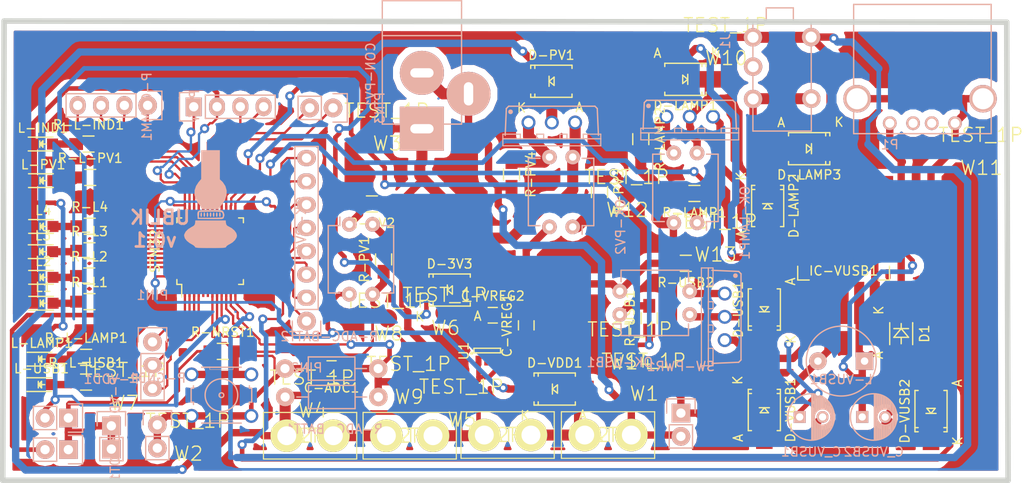
<source format=kicad_pcb>
(kicad_pcb (version 4) (host pcbnew 4.0.1-stable)
  (layers (0 F.Cu signal) (31 B.Cu signal) (34 B.Paste user hide) (35 F.Paste user hide) (36 B.SilkS user) (37 F.SilkS user) (38 B.Mask user) (39 F.Mask user) (44 Edge.Cuts user))
  (net 0 "")
  (net 1 /BOOT0)
  (net 2 VDD)
  (net 3 /NRST)
  (net 4 "Net-(STM32-Pad5)")
  (net 5 "Net-(STM32-Pad6)")
  (net 6 GND)
  (net 7 +3V3)
  (net 8 /ADC_BATT)
  (net 9 /ADC_LAMP)
  (net 10 /ADC_USB)
  (net 11 /RX)
  (net 12 /TX)
  (net 13 "Net-(L-LAMP1-Pad2)")
  (net 14 "Net-(L-USB1-Pad2)")
  (net 15 /L-LAMP)
  (net 16 /L-USB)
  (net 17 "Net-(L1-Pad2)")
  (net 18 "Net-(L2-Pad2)")
  (net 19 "Net-(L3-Pad2)")
  (net 20 "Net-(L4-Pad2)")
  (net 21 /L-L1)
  (net 22 /L-L2)
  (net 23 /L-L3)
  (net 24 /L-L4)
  (net 25 /L-PV)
  (net 26 "Net-(L-PV1-Pad2)")
  (net 27 "Net-(BATT1-Pad1)")
  (net 28 "Net-(BATT3-Pad1)")
  (net 29 GNDPWR)
  (net 30 +15V)
  (net 31 +24V)
  (net 32 /IND_PV_WKUP)
  (net 33 "Net-(OK-PV1-Pad1)")
  (net 34 "Net-(OK-PV2-Pad1)")
  (net 35 "Net-(OK-PV2-Pad3)")
  (net 36 "Net-(D-PV1-Pad2)")
  (net 37 /CON_PV)
  (net 38 "Net-(D-LAMP1-Pad1)")
  (net 39 "Net-(OK-LAMP1-Pad1)")
  (net 40 "Net-(OK-LAMP1-Pad3)")
  (net 41 /CON_LAMP)
  (net 42 "Net-(D-USB1-Pad1)")
  (net 43 "Net-(OK-USB1-Pad1)")
  (net 44 "Net-(OK-USB1-Pad3)")
  (net 45 /CON_USB)
  (net 46 +6V)
  (net 47 "Net-(C_VUSB1-Pad1)")
  (net 48 "Net-(C_VUSB2-Pad1)")
  (net 49 "Net-(D-VUSB1-Pad1)")
  (net 50 "Net-(P1-Pad3)")
  (net 51 "Net-(P1-Pad2)")
  (net 52 "Net-(L-IND1-Pad2)")
  (net 53 /L-IND)
  (net 54 "Net-(C-VREG1-Pad1)")
  (net 55 "Net-(C-VREG2-Pad1)")
  (net 56 /PC13)
  (net 57 /PC14)
  (net 58 /PC15)
  (net 59 /AIN4)
  (net 60 /AIN5)
  (net 61 /AIN6)
  (net 62 /AIN7)
  (net 63 /AIN8)
  (net 64 /AIN9)
  (net 65 /PA8)
  (net 66 /PB15)
  (net 67 /PA11)
  (net 68 /PA12)
  (net 69 /PA13)
  (net 70 /PA14)
  (net 71 "Net-(D-LAMP2-Pad1)")
  (net 72 "Net-(D-LAMP2-Pad2)")
  (net 73 "Net-(J1-Pad3)")
  (net 74 /PB10)
  (net 75 /PB11)
  (module Housings_QFP:TQFP-48_7x7mm_Pitch0.5mm (layer F.Cu) (at 120.875 80.925 90)
    (fp_text reference STM32 (at 0 -6 90) (layer F.SilkS))
    (fp_text value STM32F100C4)
    (pad 1 smd rect (at -4.35 -2.75 90) (size 1.3 0.25) (layers F.Cu F.Paste F.Mask) (net 2 VDD))
    (pad 2 smd rect (at -4.35 -2.25 90) (size 1.3 0.25) (layers F.Cu F.Paste F.Mask) (net 56 /PC13))
    (pad 3 smd rect (at -4.35 -1.75 90) (size 1.3 0.25) (layers F.Cu F.Paste F.Mask) (net 57 /PC14))
    (pad 4 smd rect (at -4.35 -1.25 90) (size 1.3 0.25) (layers F.Cu F.Paste F.Mask) (net 58 /PC15))
    (pad 5 smd rect (at -4.35 -0.75 90) (size 1.3 0.25) (layers F.Cu F.Paste F.Mask) (net 4 "Net-(STM32-Pad5)"))
    (pad 6 smd rect (at -4.35 -0.25 90) (size 1.3 0.25) (layers F.Cu F.Paste F.Mask) (net 5 "Net-(STM32-Pad6)"))
    (pad 7 smd rect (at -4.35 0.25 90) (size 1.3 0.25) (layers F.Cu F.Paste F.Mask) (net 3 /NRST))
    (pad 8 smd rect (at -4.35 0.75 90) (size 1.3 0.25) (layers F.Cu F.Paste F.Mask) (net 6 GND))
    (pad 9 smd rect (at -4.35 1.25 90) (size 1.3 0.25) (layers F.Cu F.Paste F.Mask) (net 7 +3V3))
    (pad 10 smd rect (at -4.35 1.75 90) (size 1.3 0.25) (layers F.Cu F.Paste F.Mask) (net 32 /IND_PV_WKUP))
    (pad 11 smd rect (at -4.35 2.25 90) (size 1.3 0.25) (layers F.Cu F.Paste F.Mask) (net 8 /ADC_BATT))
    (pad 12 smd rect (at -4.35 2.75 90) (size 1.3 0.25) (layers F.Cu F.Paste F.Mask) (net 9 /ADC_LAMP))
    (pad 13 smd rect (at -2.75 4.35 180) (size 1.3 0.25) (layers F.Cu F.Paste F.Mask) (net 10 /ADC_USB))
    (pad 14 smd rect (at -2.25 4.35 180) (size 1.3 0.25) (layers F.Cu F.Paste F.Mask) (net 59 /AIN4))
    (pad 15 smd rect (at -1.75 4.35 180) (size 1.3 0.25) (layers F.Cu F.Paste F.Mask) (net 60 /AIN5))
    (pad 16 smd rect (at -1.25 4.35 180) (size 1.3 0.25) (layers F.Cu F.Paste F.Mask) (net 61 /AIN6))
    (pad 17 smd rect (at -0.75 4.35 180) (size 1.3 0.25) (layers F.Cu F.Paste F.Mask) (net 62 /AIN7))
    (pad 18 smd rect (at -0.25 4.35 180) (size 1.3 0.25) (layers F.Cu F.Paste F.Mask) (net 63 /AIN8))
    (pad 19 smd rect (at 0.25 4.35 180) (size 1.3 0.25) (layers F.Cu F.Paste F.Mask) (net 64 /AIN9))
    (pad 20 smd rect (at 0.75 4.35 180) (size 1.3 0.25) (layers F.Cu F.Paste F.Mask) (net 6 GND))
    (pad 21 smd rect (at 1.25 4.35 180) (size 1.3 0.25) (layers F.Cu F.Paste F.Mask) (net 74 /PB10))
    (pad 22 smd rect (at 1.75 4.35 180) (size 1.3 0.25) (layers F.Cu F.Paste F.Mask) (net 75 /PB11))
    (pad 23 smd rect (at 2.25 4.35 180) (size 1.3 0.25) (layers F.Cu F.Paste F.Mask) (net 6 GND))
    (pad 24 smd rect (at 2.75 4.35 180) (size 1.3 0.25) (layers F.Cu F.Paste F.Mask) (net 2 VDD))
    (pad 25 smd rect (at 4.35 2.75 90) (size 1.3 0.25) (layers F.Cu F.Paste F.Mask) (net 37 /CON_PV))
    (pad 26 smd rect (at 4.35 2.25 90) (size 1.3 0.25) (layers F.Cu F.Paste F.Mask) (net 41 /CON_LAMP))
    (pad 27 smd rect (at 4.35 1.75 90) (size 1.3 0.25) (layers F.Cu F.Paste F.Mask) (net 45 /CON_USB))
    (pad 28 smd rect (at 4.35 1.25 90) (size 1.3 0.25) (layers F.Cu F.Paste F.Mask) (net 66 /PB15))
    (pad 29 smd rect (at 4.35 0.75 90) (size 1.3 0.25) (layers F.Cu F.Paste F.Mask) (net 65 /PA8))
    (pad 30 smd rect (at 4.35 0.25 90) (size 1.3 0.25) (layers F.Cu F.Paste F.Mask) (net 12 /TX))
    (pad 31 smd rect (at 4.35 -0.25 90) (size 1.3 0.25) (layers F.Cu F.Paste F.Mask) (net 11 /RX))
    (pad 32 smd rect (at 4.35 -0.75 90) (size 1.3 0.25) (layers F.Cu F.Paste F.Mask) (net 67 /PA11))
    (pad 33 smd rect (at 4.35 -1.25 90) (size 1.3 0.25) (layers F.Cu F.Paste F.Mask) (net 68 /PA12))
    (pad 34 smd rect (at 4.35 -1.75 90) (size 1.3 0.25) (layers F.Cu F.Paste F.Mask) (net 69 /PA13))
    (pad 35 smd rect (at 4.35 -2.25 90) (size 1.3 0.25) (layers F.Cu F.Paste F.Mask) (net 6 GND))
    (pad 36 smd rect (at 4.35 -2.75 90) (size 1.3 0.25) (layers F.Cu F.Paste F.Mask) (net 2 VDD))
    (pad 37 smd rect (at 2.75 -4.35 180) (size 1.3 0.25) (layers F.Cu F.Paste F.Mask) (net 70 /PA14))
    (pad 38 smd rect (at 2.25 -4.35 180) (size 1.3 0.25) (layers F.Cu F.Paste F.Mask) (net 53 /L-IND))
    (pad 39 smd rect (at 1.75 -4.35 180) (size 1.3 0.25) (layers F.Cu F.Paste F.Mask) (net 25 /L-PV))
    (pad 40 smd rect (at 1.25 -4.35 180) (size 1.3 0.25) (layers F.Cu F.Paste F.Mask) (net 24 /L-L4))
    (pad 41 smd rect (at 0.75 -4.35 180) (size 1.3 0.25) (layers F.Cu F.Paste F.Mask) (net 23 /L-L3))
    (pad 42 smd rect (at 0.25 -4.35 180) (size 1.3 0.25) (layers F.Cu F.Paste F.Mask) (net 22 /L-L2))
    (pad 43 smd rect (at -0.25 -4.35 180) (size 1.3 0.25) (layers F.Cu F.Paste F.Mask) (net 21 /L-L1))
    (pad 44 smd rect (at -0.75 -4.35 180) (size 1.3 0.25) (layers F.Cu F.Paste F.Mask) (net 1 /BOOT0))
    (pad 45 smd rect (at -1.25 -4.35 180) (size 1.3 0.25) (layers F.Cu F.Paste F.Mask) (net 15 /L-LAMP))
    (pad 46 smd rect (at -1.75 -4.35 180) (size 1.3 0.25) (layers F.Cu F.Paste F.Mask) (net 16 /L-USB))
    (pad 47 smd rect (at -2.25 -4.35 180) (size 1.3 0.25) (layers F.Cu F.Paste F.Mask) (net 6 GND))
    (pad 48 smd rect (at -2.75 -4.35 180) (size 1.3 0.25) (layers F.Cu F.Paste F.Mask) (net 2 VDD))
  )
  (module Resistors_SMD:R_0805_HandSoldering (layer F.Cu) (at 107.353838 95.209098)
    (fp_text reference R-L-USB1 (at 0 -2.1) (layer F.SilkS))
    (fp_text value 330)
    (pad 1 smd rect (at -1.35 0) (size 1.5 1.3) (layers F.Cu F.Paste F.Mask) (net 14 "Net-(L-USB1-Pad2)"))
    (pad 2 smd rect (at 1.35 0) (size 1.5 1.3) (layers F.Cu F.Paste F.Mask) (net 16 /L-USB))
  )
  (module audio-lamp:JACK_LAPAN (layer B.Cu) (at 176.5198 58.0445 270)
    (fp_text reference J1 (at 0 -0.5 270) (layer B.SilkS) (effects (justify mirror)))
    (fp_text value audio-jack)
    (pad 1 thru_hole circle (at -0.4445 -3.5052 270) (size 2 2) (drill 1.2) (layers *.Cu *.Mask B.SilkS) (net 9 /ADC_LAMP))
    (pad 1 thru_hole circle (at -0.4699 -9.83742 270) (size 2 2) (drill 1.2) (layers *.Cu *.Mask B.SilkS) (net 9 /ADC_LAMP))
    (pad 3 thru_hole circle (at 2.7559 -3.5179 270) (size 2 2) (drill 1.2) (layers *.Cu *.Mask B.SilkS) (net 73 "Net-(J1-Pad3)"))
    (pad 2 thru_hole circle (at 6.27888 -3.5179 270) (size 2 2) (drill 1.2) (layers *.Cu *.Mask B.SilkS) (net 71 "Net-(D-LAMP2-Pad1)"))
    (pad 2 thru_hole circle (at 6.25094 -9.86536 270) (size 2 2) (drill 1.2) (layers *.Cu *.Mask B.SilkS) (net 71 "Net-(D-LAMP2-Pad1)"))
  )
  (module Pin_Headers:Pin_Header_Straight_1x02 (layer B.Cu) (at 134.265 65.3 90)
    (fp_text reference PIN3 (at 0 5.1 90) (layer B.SilkS) (effects (justify mirror)))
    (fp_text value CONN_01X02)
    (pad 1 thru_hole circle (at 0 0 90) (size 2.032 2.032) (drill 1.016) (layers *.Cu *.Mask B.SilkS) (net 66 /PB15))
    (pad 2 thru_hole oval (at 0 -2.54 90) (size 2.032 2.032) (drill 1.016) (layers *.Cu *.Mask B.SilkS) (net 65 /PA8))
  )
  (module Pin_Headers:Pin_Header_Straight_1x02 (layer B.Cu) (at 105.425 102.575 90)
    (fp_text reference P-BOOT1 (at 0 5.1 90) (layer B.SilkS) (effects (justify mirror)))
    (fp_text value CONN_01X02)
    (pad 1 thru_hole rect (at 0 0 90) (size 2.032 2.032) (drill 1.016) (layers *.Cu *.Mask B.SilkS) (net 2 VDD))
    (pad 2 thru_hole oval (at 0 -2.54 90) (size 2.032 2.032) (drill 1.016) (layers *.Cu *.Mask B.SilkS) (net 1 /BOOT0))
  )
  (module switch-omron:B3F-10XX (layer B.Cu) (at 122.103838 96.634098 180)
    (fp_text reference SW-NRST1)
    (fp_text value 10-XX_B3F-10XX)
    (pad 1 thru_hole oval (at -3.2512 2.2606 180) (size 1.524 1.524) (drill 1.016) (layers *.Cu *.Mask) (net 3 /NRST))
    (pad 3 thru_hole oval (at -3.2512 -2.2606 180) (size 1.524 1.524) (drill 1.016) (layers *.Cu *.Mask) (net 6 GND))
    (pad 2 thru_hole oval (at 3.2512 2.2606 180) (size 1.524 1.524) (drill 1.016) (layers *.Cu *.Mask) (net 3 /NRST))
    (pad 4 thru_hole oval (at 3.2512 -2.2606 180) (size 1.524 1.524) (drill 1.016) (layers *.Cu *.Mask) (net 6 GND))
  )
  (module Pin_Headers:Pin_Header_Straight_1x04 (layer B.Cu) (at 119.085 65.175 270)
    (fp_text reference P-COMM1 (at 0 5.1 270) (layer B.SilkS) (effects (justify mirror)))
    (fp_text value CONN_01X04)
    (pad 1 thru_hole rect (at 0 0 270) (size 2.032 1.7272) (drill 1.016) (layers *.Cu *.Mask B.SilkS) (net 2 VDD))
    (pad 2 thru_hole oval (at 0 -2.54 270) (size 2.032 1.7272) (drill 1.016) (layers *.Cu *.Mask B.SilkS) (net 6 GND))
    (pad 3 thru_hole oval (at 0 -5.08 270) (size 2.032 1.7272) (drill 1.016) (layers *.Cu *.Mask B.SilkS) (net 11 /RX))
    (pad 4 thru_hole oval (at 0 -7.62 270) (size 2.032 1.7272) (drill 1.016) (layers *.Cu *.Mask B.SilkS) (net 12 /TX))
  )
  (module SparkFun:SparkFun-1X02_XTRA_BIG (layer F.Cu) (at 131.763838 101.059098 180)
    (fp_text reference BATT1 (at 0 0 180) (layer F.SilkS))
    (fp_text value M02PTH (at 0 0 180) (layer F.SilkS))
    (pad 1 thru_hole circle (at -2.54 0 180) (size 3.556 3.556) (drill 2.0574) (layers *.Cu F.Paste F.SilkS F.Mask) (net 27 "Net-(BATT1-Pad1)"))
    (pad 2 thru_hole circle (at 2.54 0 180) (size 3.556 3.556) (drill 2.0574) (layers *.Cu F.Paste F.SilkS F.Mask) (net 30 +15V))
  )
  (module SparkFun:SparkFun-1X02_XTRA_BIG (layer F.Cu) (at 142.618838 101.059098 180)
    (fp_text reference BATT2 (at 0 0 180) (layer F.SilkS))
    (fp_text value M02PTH (at 0 0 180) (layer F.SilkS))
    (pad 1 thru_hole circle (at -2.54 0 180) (size 3.556 3.556) (drill 2.0574) (layers *.Cu F.Paste F.SilkS F.Mask) (net 46 +6V))
    (pad 2 thru_hole circle (at 2.54 0 180) (size 3.556 3.556) (drill 2.0574) (layers *.Cu F.Paste F.SilkS F.Mask) (net 27 "Net-(BATT1-Pad1)"))
  )
  (module SparkFun:SparkFun-1X02_XTRA_BIG (layer F.Cu) (at 153.288838 100.984098 180)
    (fp_text reference BATT3 (at 0 0 180) (layer F.SilkS))
    (fp_text value M02PTH (at 0 0 180) (layer F.SilkS))
    (pad 1 thru_hole circle (at -2.54 0 180) (size 3.556 3.556) (drill 2.0574) (layers *.Cu F.Paste F.SilkS F.Mask) (net 28 "Net-(BATT3-Pad1)"))
    (pad 2 thru_hole circle (at 2.54 0 180) (size 3.556 3.556) (drill 2.0574) (layers *.Cu F.Paste F.SilkS F.Mask) (net 46 +6V))
  )
  (module SparkFun:SparkFun-1X02_XTRA_BIG (layer F.Cu) (at 164.228838 100.984098 180)
    (fp_text reference BATT4 (at 0 0 180) (layer F.SilkS))
    (fp_text value M02PTH (at 0 0 180) (layer F.SilkS))
    (pad 1 thru_hole circle (at -2.54 0 180) (size 3.556 3.556) (drill 2.0574) (layers *.Cu F.Paste F.SilkS F.Mask) (net 29 GNDPWR))
    (pad 2 thru_hole circle (at 2.54 0 180) (size 3.556 3.556) (drill 2.0574) (layers *.Cu F.Paste F.SilkS F.Mask) (net 28 "Net-(BATT3-Pad1)"))
  )
  (module Resistors_ThroughHole:Resistor_Horizontal_RM10mm (layer B.Cu) (at 134.128838 96.834098)
    (fp_text reference R-ADC-BATT1 (at 0.24892 3.50012) (layer B.SilkS) (effects (justify mirror)))
    (fp_text value 470k)
    (pad 1 thru_hole circle (at -5.08 0) (size 1.99898 1.99898) (drill 1.00076) (layers *.Cu *.SilkS *.Mask) (net 30 +15V))
    (pad 2 thru_hole circle (at 5.08 0) (size 1.99898 1.99898) (drill 1.00076) (layers *.Cu *.SilkS *.Mask) (net 8 /ADC_BATT))
  )
  (module Resistors_ThroughHole:Resistor_Horizontal_RM10mm (layer B.Cu) (at 134.108838 93.734098 180)
    (fp_text reference R-ADC-BATT2 (at 0.24892 3.50012 180) (layer B.SilkS) (effects (justify mirror)))
    (fp_text value 100k)
    (pad 1 thru_hole circle (at -5.08 0 180) (size 1.99898 1.99898) (drill 1.00076) (layers *.Cu *.SilkS *.Mask) (net 8 /ADC_BATT))
    (pad 2 thru_hole circle (at 5.08 0 180) (size 1.99898 1.99898) (drill 1.00076) (layers *.Cu *.SilkS *.Mask) (net 6 GND))
  )
  (module Pin_Headers:Pin_Header_Straight_1x02 (layer B.Cu) (at 172.168838 98.592098 180)
    (fp_text reference SW-PWR1 (at 0 5.1 180) (layer B.SilkS) (effects (justify mirror)))
    (fp_text value CONN_01X02)
    (pad 1 thru_hole rect (at 0 0 180) (size 2.032 2.032) (drill 1.016) (layers *.Cu *.Mask B.SilkS) (net 6 GND))
    (pad 2 thru_hole oval (at 0 -2.54 180) (size 2.032 2.032) (drill 1.016) (layers *.Cu *.Mask B.SilkS) (net 29 GNDPWR))
  )
  (module LEDs:LED-0805 (layer F.Cu) (at 102.533978 92.709098)
    (fp_text reference L-LAMP1 (at 0 -1.75) (layer F.SilkS))
    (fp_text value LED)
    (pad 2 smd rect (at 1.04902 0 180) (size 1.19888 1.19888) (layers F.Cu F.Paste F.Mask) (net 13 "Net-(L-LAMP1-Pad2)"))
    (pad 1 smd rect (at -1.04902 0 180) (size 1.19888 1.19888) (layers F.Cu F.Paste F.Mask) (net 6 GND))
  )
  (module LEDs:LED-0805 (layer F.Cu) (at 102.498698 95.484098)
    (fp_text reference L-USB1 (at 0 -1.75) (layer F.SilkS))
    (fp_text value LED)
    (pad 2 smd rect (at 1.04902 0 180) (size 1.19888 1.19888) (layers F.Cu F.Paste F.Mask) (net 14 "Net-(L-USB1-Pad2)"))
    (pad 1 smd rect (at -1.04902 0 180) (size 1.19888 1.19888) (layers F.Cu F.Paste F.Mask) (net 6 GND))
  )
  (module LEDs:LED-0805 (layer F.Cu) (at 102.708978 86.609098)
    (fp_text reference L1 (at 0 -1.75) (layer F.SilkS))
    (fp_text value LED)
    (pad 2 smd rect (at 1.04902 0 180) (size 1.19888 1.19888) (layers F.Cu F.Paste F.Mask) (net 17 "Net-(L1-Pad2)"))
    (pad 1 smd rect (at -1.04902 0 180) (size 1.19888 1.19888) (layers F.Cu F.Paste F.Mask) (net 6 GND))
  )
  (module LEDs:LED-0805 (layer F.Cu) (at 102.698698 83.784098)
    (fp_text reference L2 (at 0 -1.75) (layer F.SilkS))
    (fp_text value LED)
    (pad 2 smd rect (at 1.04902 0 180) (size 1.19888 1.19888) (layers F.Cu F.Paste F.Mask) (net 18 "Net-(L2-Pad2)"))
    (pad 1 smd rect (at -1.04902 0 180) (size 1.19888 1.19888) (layers F.Cu F.Paste F.Mask) (net 6 GND))
  )
  (module LEDs:LED-0805 (layer F.Cu) (at 102.658978 80.984098)
    (fp_text reference L3 (at 0 -1.75) (layer F.SilkS))
    (fp_text value LED)
    (pad 2 smd rect (at 1.04902 0 180) (size 1.19888 1.19888) (layers F.Cu F.Paste F.Mask) (net 19 "Net-(L3-Pad2)"))
    (pad 1 smd rect (at -1.04902 0 180) (size 1.19888 1.19888) (layers F.Cu F.Paste F.Mask) (net 6 GND))
  )
  (module LEDs:LED-0805 (layer F.Cu) (at 102.698698 78.234098)
    (fp_text reference L4 (at 0 -1.75) (layer F.SilkS))
    (fp_text value LED)
    (pad 2 smd rect (at 1.04902 0 180) (size 1.19888 1.19888) (layers F.Cu F.Paste F.Mask) (net 20 "Net-(L4-Pad2)"))
    (pad 1 smd rect (at -1.04902 0 180) (size 1.19888 1.19888) (layers F.Cu F.Paste F.Mask) (net 6 GND))
  )
  (module LEDs:LED-0805 (layer F.Cu) (at 102.683978 73.234098)
    (fp_text reference L-PV1 (at 0 -1.75) (layer F.SilkS))
    (fp_text value LED)
    (pad 2 smd rect (at 1.04902 0 180) (size 1.19888 1.19888) (layers F.Cu F.Paste F.Mask) (net 26 "Net-(L-PV1-Pad2)"))
    (pad 1 smd rect (at -1.04902 0 180) (size 1.19888 1.19888) (layers F.Cu F.Paste F.Mask) (net 6 GND))
  )
  (module Capacitors_SMD:C_0805_HandSoldering (layer F.Cu) (at 134.103838 93.734098 180)
    (fp_text reference C-ADC1 (at 0 -2.1 180) (layer F.SilkS))
    (fp_text value 100n)
    (pad 1 smd rect (at -1.25 0 180) (size 1.5 1.25) (layers F.Cu F.Paste F.Mask) (net 8 /ADC_BATT))
    (pad 2 smd rect (at 1.25 0 180) (size 1.5 1.25) (layers F.Cu F.Paste F.Mask) (net 6 GND))
  )
  (module Resistors_SMD:R_0805_HandSoldering (layer F.Cu) (at 107.803838 72.884098)
    (fp_text reference R-L-PV1 (at 0 -2.1) (layer F.SilkS))
    (fp_text value 330)
    (pad 1 smd rect (at -1.35 0) (size 1.5 1.3) (layers F.Cu F.Paste F.Mask) (net 26 "Net-(L-PV1-Pad2)"))
    (pad 2 smd rect (at 1.35 0) (size 1.5 1.3) (layers F.Cu F.Paste F.Mask) (net 25 /L-PV))
  )
  (module Resistors_SMD:R_0805_HandSoldering (layer F.Cu) (at 107.753838 78.209098)
    (fp_text reference R-L4 (at 0 -2.1) (layer F.SilkS))
    (fp_text value 330)
    (pad 1 smd rect (at -1.35 0) (size 1.5 1.3) (layers F.Cu F.Paste F.Mask) (net 20 "Net-(L4-Pad2)"))
    (pad 2 smd rect (at 1.35 0) (size 1.5 1.3) (layers F.Cu F.Paste F.Mask) (net 24 /L-L4))
  )
  (module Resistors_SMD:R_0805_HandSoldering (layer F.Cu) (at 107.728838 80.884098)
    (fp_text reference R-L3 (at 0 -2.1) (layer F.SilkS))
    (fp_text value 330)
    (pad 1 smd rect (at -1.35 0) (size 1.5 1.3) (layers F.Cu F.Paste F.Mask) (net 19 "Net-(L3-Pad2)"))
    (pad 2 smd rect (at 1.35 0) (size 1.5 1.3) (layers F.Cu F.Paste F.Mask) (net 23 /L-L3))
  )
  (module Resistors_SMD:R_0805_HandSoldering (layer F.Cu) (at 107.703838 83.634098)
    (fp_text reference R-L2 (at 0 -2.1) (layer F.SilkS))
    (fp_text value 330)
    (pad 1 smd rect (at -1.35 0) (size 1.5 1.3) (layers F.Cu F.Paste F.Mask) (net 18 "Net-(L2-Pad2)"))
    (pad 2 smd rect (at 1.35 0) (size 1.5 1.3) (layers F.Cu F.Paste F.Mask) (net 22 /L-L2))
  )
  (module Resistors_SMD:R_0805_HandSoldering (layer F.Cu) (at 107.728838 86.434098)
    (fp_text reference R-L1 (at 0 -2.1) (layer F.SilkS))
    (fp_text value 330)
    (pad 1 smd rect (at -1.35 0) (size 1.5 1.3) (layers F.Cu F.Paste F.Mask) (net 17 "Net-(L1-Pad2)"))
    (pad 2 smd rect (at 1.35 0) (size 1.5 1.3) (layers F.Cu F.Paste F.Mask) (net 21 /L-L1))
  )
  (module Resistors_SMD:R_0805_HandSoldering (layer F.Cu) (at 107.353838 92.509098)
    (fp_text reference R-L-LAMP1 (at 0 -2.1) (layer F.SilkS))
    (fp_text value 330)
    (pad 1 smd rect (at -1.35 0) (size 1.5 1.3) (layers F.Cu F.Paste F.Mask) (net 13 "Net-(L-LAMP1-Pad2)"))
    (pad 2 smd rect (at 1.35 0) (size 1.5 1.3) (layers F.Cu F.Paste F.Mask) (net 15 /L-LAMP))
  )
  (module Resistors_SMD:R_0805_HandSoldering (layer F.Cu) (at 122.253838 91.859098)
    (fp_text reference R-NRST1 (at 0 -2.1) (layer F.SilkS))
    (fp_text value 4k7)
    (pad 1 smd rect (at -1.35 0) (size 1.5 1.3) (layers F.Cu F.Paste F.Mask) (net 2 VDD))
    (pad 2 smd rect (at 1.35 0) (size 1.5 1.3) (layers F.Cu F.Paste F.Mask) (net 3 /NRST))
  )
  (module Connect:JACK_ALIM (layer B.Cu) (at 143.95 61.479 270)
    (fp_text reference CON-PV1 (at 0.254 5.588 270) (layer B.SilkS) (effects (justify mirror)))
    (fp_text value BARREL_JACK)
    (pad 2 thru_hole circle (at 0 0 270) (size 4.8006 4.8006) (drill oval 1.016 2.54) (layers *.Cu *.Mask B.SilkS) (net 29 GNDPWR))
    (pad 1 thru_hole rect (at 6.096 0 270) (size 4.8006 4.8006) (drill oval 1.016 2.54) (layers *.Cu *.Mask B.SilkS) (net 31 +24V))
    (pad 3 thru_hole circle (at 2.286 -5.08 270) (size 4.8006 4.8006) (drill oval 2.54 1.016) (layers *.Cu *.Mask B.SilkS) (net 29 GNDPWR))
  )
  (module Housings_DIP:DIP-4_W7.62mm (layer B.Cu) (at 136.035 78.005 270)
    (fp_text reference OK-PV1 (at 0 5.22 270) (layer B.SilkS) (effects (justify mirror)))
    (fp_text value PC817)
    (pad 1 thru_hole oval (at 0 0 270) (size 1.6 1.6) (drill 0.8) (layers *.Cu *.Mask B.SilkS) (net 33 "Net-(OK-PV1-Pad1)"))
    (pad 2 thru_hole oval (at 0 -2.54 270) (size 1.6 1.6) (drill 0.8) (layers *.Cu *.Mask B.SilkS) (net 6 GND))
    (pad 3 thru_hole oval (at 7.62 -2.54 270) (size 1.6 1.6) (drill 0.8) (layers *.Cu *.Mask B.SilkS) (net 32 /IND_PV_WKUP))
    (pad 4 thru_hole oval (at 7.62 0 270) (size 1.6 1.6) (drill 0.8) (layers *.Cu *.Mask B.SilkS) (net 2 VDD))
  )
  (module Resistors_SMD:R_0805_HandSoldering (layer F.Cu) (at 139.775 81.825 90)
    (fp_text reference R-PV1 (at 0 -2.1 90) (layer F.SilkS))
    (fp_text value 4k7)
    (pad 1 smd rect (at -1.35 0 90) (size 1.5 1.3) (layers F.Cu F.Paste F.Mask) (net 32 /IND_PV_WKUP))
    (pad 2 smd rect (at 1.35 0 90) (size 1.5 1.3) (layers F.Cu F.Paste F.Mask) (net 6 GND))
  )
  (module Resistors_SMD:R_0805_HandSoldering (layer F.Cu) (at 138.5 75.775 180)
    (fp_text reference R-PV2 (at 0 -2.1 180) (layer F.SilkS))
    (fp_text value 100k)
    (pad 1 smd rect (at -1.35 0 180) (size 1.5 1.3) (layers F.Cu F.Paste F.Mask) (net 31 +24V))
    (pad 2 smd rect (at 1.35 0 180) (size 1.5 1.3) (layers F.Cu F.Paste F.Mask) (net 33 "Net-(OK-PV1-Pad1)"))
  )
  (module Housings_DIP:DIP-4_W7.62mm (layer B.Cu) (at 160.383838 78.284098 90)
    (fp_text reference OK-PV2 (at 0 5.22 90) (layer B.SilkS) (effects (justify mirror)))
    (fp_text value PC817)
    (pad 1 thru_hole oval (at 0 0 90) (size 1.6 1.6) (drill 0.8) (layers *.Cu *.Mask B.SilkS) (net 34 "Net-(OK-PV2-Pad1)"))
    (pad 2 thru_hole oval (at 0 -2.54 90) (size 1.6 1.6) (drill 0.8) (layers *.Cu *.Mask B.SilkS) (net 6 GND))
    (pad 3 thru_hole oval (at 7.62 -2.54 90) (size 1.6 1.6) (drill 0.8) (layers *.Cu *.Mask B.SilkS) (net 35 "Net-(OK-PV2-Pad3)"))
    (pad 4 thru_hole oval (at 7.62 0 90) (size 1.6 1.6) (drill 0.8) (layers *.Cu *.Mask B.SilkS) (net 31 +24V))
  )
  (module Resistors_SMD:R_0805_HandSoldering (layer F.Cu) (at 163.303838 74.484098 270)
    (fp_text reference R-PV3 (at 0 -2.1 270) (layer F.SilkS))
    (fp_text value 330)
    (pad 1 smd rect (at -1.35 0 270) (size 1.5 1.3) (layers F.Cu F.Paste F.Mask) (net 37 /CON_PV))
    (pad 2 smd rect (at 1.35 0 270) (size 1.5 1.3) (layers F.Cu F.Paste F.Mask) (net 34 "Net-(OK-PV2-Pad1)"))
  )
  (module transistor-power:TO220BV (layer B.Cu) (at 158.103838 69.434098)
    (fp_text reference TR-PV1)
    (fp_text value IRF9530_TO220BV)
    (pad G thru_hole oval (at -2.54 -2.54 270) (size 1.524 1.524) (drill 1.016) (layers *.Cu *.Mask) (net 35 "Net-(OK-PV2-Pad3)"))
    (pad D thru_hole oval (at 0 -2.54 270) (size 1.524 1.524) (drill 1.016) (layers *.Cu *.Mask) (net 36 "Net-(D-PV1-Pad2)"))
    (pad S thru_hole oval (at 2.54 -2.54 270) (size 1.524 1.524) (drill 1.016) (layers *.Cu *.Mask) (net 31 +24V))
  )
  (module Diodes_SMD:SMA_Handsoldering (layer F.Cu) (at 158.054478 62.394098)
    (fp_text reference D-PV1 (at 0 -2.85) (layer F.SilkS))
    (fp_text value D)
    (fp_text user K (at -3.25 2.9) (layer F.SilkS))
    (fp_text user A (at 3.05 2.85) (layer F.SilkS))
    (pad 1 smd rect (at -2.49936 0) (size 3.50012 1.80086) (layers F.Cu F.Paste F.Mask) (net 30 +15V))
    (pad 2 smd rect (at 2.49936 0) (size 3.50012 1.80086) (layers F.Cu F.Paste F.Mask) (net 36 "Net-(D-PV1-Pad2)"))
  )
  (module Resistors_SMD:R_0805_HandSoldering (layer F.Cu) (at 153.713838 72.564098 270)
    (fp_text reference R-PV4 (at 0 -2.1 270) (layer F.SilkS))
    (fp_text value 4k7)
    (pad 1 smd rect (at -1.35 0 270) (size 1.5 1.3) (layers F.Cu F.Paste F.Mask) (net 35 "Net-(OK-PV2-Pad3)"))
    (pad 2 smd rect (at 1.35 0 270) (size 1.5 1.3) (layers F.Cu F.Paste F.Mask) (net 29 GNDPWR))
  )
  (module Diodes_SMD:SMA_Handsoldering (layer F.Cu) (at 172.666478 62.184098 180)
    (fp_text reference D-LAMP1 (at 0 -2.85 180) (layer F.SilkS))
    (fp_text value D)
    (fp_text user K (at -3.25 2.9 180) (layer F.SilkS))
    (fp_text user A (at 3.05 2.85 180) (layer F.SilkS))
    (pad 1 smd rect (at -2.49936 0 180) (size 3.50012 1.80086) (layers F.Cu F.Paste F.Mask) (net 38 "Net-(D-LAMP1-Pad1)"))
    (pad 2 smd rect (at 2.49936 0 180) (size 3.50012 1.80086) (layers F.Cu F.Paste F.Mask) (net 30 +15V))
  )
  (module Housings_DIP:DIP-4_W7.62mm (layer B.Cu) (at 173.933838 77.834098 90)
    (fp_text reference OK-LAMP1 (at 0 5.22 90) (layer B.SilkS) (effects (justify mirror)))
    (fp_text value PC817)
    (pad 1 thru_hole oval (at 0 0 90) (size 1.6 1.6) (drill 0.8) (layers *.Cu *.Mask B.SilkS) (net 39 "Net-(OK-LAMP1-Pad1)"))
    (pad 2 thru_hole oval (at 0 -2.54 90) (size 1.6 1.6) (drill 0.8) (layers *.Cu *.Mask B.SilkS) (net 6 GND))
    (pad 3 thru_hole oval (at 7.62 -2.54 90) (size 1.6 1.6) (drill 0.8) (layers *.Cu *.Mask B.SilkS) (net 40 "Net-(OK-LAMP1-Pad3)"))
    (pad 4 thru_hole oval (at 7.62 0 90) (size 1.6 1.6) (drill 0.8) (layers *.Cu *.Mask B.SilkS) (net 38 "Net-(D-LAMP1-Pad1)"))
  )
  (module Resistors_SMD:R_0805_HandSoldering (layer F.Cu) (at 173.641838 74.630098 180)
    (fp_text reference R-LAMP1 (at 0 -2.1 180) (layer F.SilkS))
    (fp_text value 330)
    (pad 1 smd rect (at -1.35 0 180) (size 1.5 1.3) (layers F.Cu F.Paste F.Mask) (net 41 /CON_LAMP))
    (pad 2 smd rect (at 1.35 0 180) (size 1.5 1.3) (layers F.Cu F.Paste F.Mask) (net 39 "Net-(OK-LAMP1-Pad1)"))
  )
  (module Resistors_SMD:R_0805_HandSoldering (layer F.Cu) (at 167.799838 68.708098 270)
    (fp_text reference R-LAMP2 (at 0 -2.1 270) (layer F.SilkS))
    (fp_text value 4k7)
    (pad 1 smd rect (at -1.35 0 270) (size 1.5 1.3) (layers F.Cu F.Paste F.Mask) (net 40 "Net-(OK-LAMP1-Pad3)"))
    (pad 2 smd rect (at 1.35 0 270) (size 1.5 1.3) (layers F.Cu F.Paste F.Mask) (net 6 GND))
  )
  (module Diodes_SMD:SMA_Handsoldering (layer F.Cu) (at 181.261838 87.289458 90)
    (fp_text reference D-USB1 (at 0 -2.85 90) (layer F.SilkS))
    (fp_text value D)
    (fp_text user K (at -3.25 2.9 90) (layer F.SilkS))
    (fp_text user A (at 3.05 2.85 90) (layer F.SilkS))
    (pad 1 smd rect (at -2.49936 0 90) (size 3.50012 1.80086) (layers F.Cu F.Paste F.Mask) (net 42 "Net-(D-USB1-Pad1)"))
    (pad 2 smd rect (at 2.49936 0 90) (size 3.50012 1.80086) (layers F.Cu F.Paste F.Mask) (net 30 +15V))
  )
  (module Housings_DIP:DIP-4_W7.62mm (layer B.Cu) (at 165.513838 87.838098)
    (fp_text reference OK-USB1 (at 0 5.22) (layer B.SilkS) (effects (justify mirror)))
    (fp_text value PC817)
    (pad 1 thru_hole oval (at 0 0) (size 1.6 1.6) (drill 0.8) (layers *.Cu *.Mask B.SilkS) (net 43 "Net-(OK-USB1-Pad1)"))
    (pad 2 thru_hole oval (at 0 -2.54) (size 1.6 1.6) (drill 0.8) (layers *.Cu *.Mask B.SilkS) (net 6 GND))
    (pad 3 thru_hole oval (at 7.62 -2.54) (size 1.6 1.6) (drill 0.8) (layers *.Cu *.Mask B.SilkS) (net 44 "Net-(OK-USB1-Pad3)"))
    (pad 4 thru_hole oval (at 7.62 0) (size 1.6 1.6) (drill 0.8) (layers *.Cu *.Mask B.SilkS) (net 42 "Net-(D-USB1-Pad1)"))
  )
  (module Resistors_SMD:R_0805_HandSoldering (layer F.Cu) (at 168.718838 88.242098 90)
    (fp_text reference R-USB1 (at 0 -2.1 90) (layer F.SilkS))
    (fp_text value 330)
    (pad 1 smd rect (at -1.35 0 90) (size 1.5 1.3) (layers F.Cu F.Paste F.Mask) (net 45 /CON_USB))
    (pad 2 smd rect (at 1.35 0 90) (size 1.5 1.3) (layers F.Cu F.Paste F.Mask) (net 43 "Net-(OK-USB1-Pad1)"))
  )
  (module Resistors_SMD:R_0805_HandSoldering (layer F.Cu) (at 172.705838 82.250098 180)
    (fp_text reference R-USB2 (at 0 -2.1 180) (layer F.SilkS))
    (fp_text value 4k7)
    (pad 1 smd rect (at -1.35 0 180) (size 1.5 1.3) (layers F.Cu F.Paste F.Mask) (net 44 "Net-(OK-USB1-Pad3)"))
    (pad 2 smd rect (at 1.35 0 180) (size 1.5 1.3) (layers F.Cu F.Paste F.Mask) (net 6 GND))
  )
  (module transistor-power:TO220BV (layer B.Cu) (at 173.133838 68.788098)
    (fp_text reference TR-LAMP1)
    (fp_text value IRF530_TO220BV)
    (pad G thru_hole oval (at -2.54 -2.54 270) (size 1.524 1.524) (drill 1.016) (layers *.Cu *.Mask) (net 40 "Net-(OK-LAMP1-Pad3)"))
    (pad D thru_hole oval (at 0 -2.54 270) (size 1.524 1.524) (drill 1.016) (layers *.Cu *.Mask) (net 38 "Net-(D-LAMP1-Pad1)"))
    (pad S thru_hole oval (at 2.54 -2.54 270) (size 1.524 1.524) (drill 1.016) (layers *.Cu *.Mask) (net 72 "Net-(D-LAMP2-Pad2)"))
  )
  (module transistor-power:TO220BV (layer B.Cu) (at 174.403838 88.092098 270)
    (fp_text reference TR-USB1)
    (fp_text value IRF530_TO220BV)
    (pad G thru_hole oval (at -2.54 -2.54 180) (size 1.524 1.524) (drill 1.016) (layers *.Cu *.Mask) (net 44 "Net-(OK-USB1-Pad3)"))
    (pad D thru_hole oval (at 0 -2.54 180) (size 1.524 1.524) (drill 1.016) (layers *.Cu *.Mask) (net 42 "Net-(D-USB1-Pad1)"))
    (pad S thru_hole oval (at 2.54 -2.54 180) (size 1.524 1.524) (drill 1.016) (layers *.Cu *.Mask) (net 47 "Net-(C_VUSB1-Pad1)"))
  )
  (module Diodes_SMD:SMA_Handsoldering (layer F.Cu) (at 158.419478 95.967098)
    (fp_text reference D-VDD1 (at 0 -2.85) (layer F.SilkS))
    (fp_text value D)
    (fp_text user K (at -3.25 2.9) (layer F.SilkS))
    (fp_text user A (at 3.05 2.85) (layer F.SilkS))
    (pad 1 smd rect (at -2.49936 0) (size 3.50012 1.80086) (layers F.Cu F.Paste F.Mask) (net 2 VDD))
    (pad 2 smd rect (at 2.49936 0) (size 3.50012 1.80086) (layers F.Cu F.Paste F.Mask) (net 28 "Net-(BATT3-Pad1)"))
  )
  (module Pin_Headers:Pin_Header_Straight_1x02 (layer B.Cu) (at 105.425 99.125 90)
    (fp_text reference P-VDD-3V3 (at 0 5.1 90) (layer B.SilkS) (effects (justify mirror)))
    (fp_text value CONN_01X02)
    (pad 1 thru_hole rect (at 0 0 90) (size 2.032 2.032) (drill 1.016) (layers *.Cu *.Mask B.SilkS) (net 2 VDD))
    (pad 2 thru_hole oval (at 0 -2.54 90) (size 2.032 2.032) (drill 1.016) (layers *.Cu *.Mask B.SilkS) (net 7 +3V3))
  )
  (module TO_SOT_Packages_SMD:SOT-23-5 (layer F.Cu) (at 151.068838 91.767098 90)
    (fp_text reference U1 (at -0.05 -2.55 90) (layer F.SilkS))
    (fp_text value MIC5219BM5_SOT23-5)
    (pad 1 smd rect (at -1.1 -0.95 90) (size 1.06 0.65) (layers F.Cu F.Paste F.Mask) (net 46 +6V))
    (pad 2 smd rect (at -1.1 0 90) (size 1.06 0.65) (layers F.Cu F.Paste F.Mask) (net 6 GND))
    (pad 3 smd rect (at -1.1 0.95 90) (size 1.06 0.65) (layers F.Cu F.Paste F.Mask) (net 46 +6V))
    (pad 4 smd rect (at 1.1 0.95 90) (size 1.06 0.65) (layers F.Cu F.Paste F.Mask) (net 54 "Net-(C-VREG1-Pad1)"))
    (pad 5 smd rect (at 1.1 -0.95 90) (size 1.06 0.65) (layers F.Cu F.Paste F.Mask) (net 55 "Net-(C-VREG2-Pad1)"))
  )
  (module Diodes_SMD:SMA_Handsoldering (layer F.Cu) (at 146.969478 85.167098)
    (fp_text reference D-3V3 (at 0 -2.85) (layer F.SilkS))
    (fp_text value D)
    (fp_text user K (at -3.25 2.9) (layer F.SilkS))
    (fp_text user A (at 3.05 2.85) (layer F.SilkS))
    (pad 1 smd rect (at -2.49936 0) (size 3.50012 1.80086) (layers F.Cu F.Paste F.Mask) (net 7 +3V3))
    (pad 2 smd rect (at 2.49936 0) (size 3.50012 1.80086) (layers F.Cu F.Paste F.Mask) (net 55 "Net-(C-VREG2-Pad1)"))
  )
  (module Capacitors_ThroughHole:C_Radial_D5_L6_P2.5 (layer B.Cu) (at 185.111838 99.014098)
    (fp_text reference C_VUSB1 (at 1.25 3.8) (layer B.SilkS) (effects (justify mirror)))
    (fp_text value 100u)
    (pad 1 thru_hole rect (at 0 0) (size 1.3 1.3) (drill 0.8) (layers *.Cu *.Mask B.SilkS) (net 47 "Net-(C_VUSB1-Pad1)"))
    (pad 2 thru_hole circle (at 2.5 0) (size 1.3 1.3) (drill 0.8) (layers *.Cu *.Mask B.SilkS) (net 6 GND))
  )
  (module Capacitors_ThroughHole:C_Radial_D5_L6_P2.5 (layer B.Cu) (at 191.929838 99.014098)
    (fp_text reference C_VUSB2 (at 1.25 3.8) (layer B.SilkS) (effects (justify mirror)))
    (fp_text value 100u)
    (pad 1 thru_hole rect (at 0 0) (size 1.3 1.3) (drill 0.8) (layers *.Cu *.Mask B.SilkS) (net 48 "Net-(C_VUSB2-Pad1)"))
    (pad 2 thru_hole circle (at 2.5 0) (size 1.3 1.3) (drill 0.8) (layers *.Cu *.Mask B.SilkS) (net 6 GND))
  )
  (module Diodes_SMD:SMA_Handsoldering (layer F.Cu) (at 181.261838 98.252098 270)
    (fp_text reference D-VUSB1 (at 0 -2.85 270) (layer F.SilkS))
    (fp_text value D_Schottky)
    (fp_text user K (at -3.25 2.9 270) (layer F.SilkS))
    (fp_text user A (at 3.05 2.85 270) (layer F.SilkS))
    (pad 1 smd rect (at -2.49936 0 270) (size 3.50012 1.80086) (layers F.Cu F.Paste F.Mask) (net 49 "Net-(D-VUSB1-Pad1)"))
    (pad 2 smd rect (at 2.49936 0 270) (size 3.50012 1.80086) (layers F.Cu F.Paste F.Mask) (net 6 GND))
  )
  (module Diodes_SMD:SMA_Handsoldering (layer F.Cu) (at 199.425 98.37564 90)
    (fp_text reference D-VUSB2 (at 0 -2.85 90) (layer F.SilkS))
    (fp_text value D_Schottky)
    (fp_text user K (at -3.25 2.9 90) (layer F.SilkS))
    (fp_text user A (at 3.05 2.85 90) (layer F.SilkS))
    (pad 1 smd rect (at -2.49936 0 90) (size 3.50012 1.80086) (layers F.Cu F.Paste F.Mask) (net 6 GND))
    (pad 2 smd rect (at 2.49936 0 90) (size 3.50012 1.80086) (layers F.Cu F.Paste F.Mask) (net 10 /ADC_USB))
  )
  (module Diodes_SMD:MELF_Handsoldering (layer F.Cu) (at 196.175 89.92394 270)
    (fp_text reference D1 (at 0 -2.54 270) (layer F.SilkS))
    (fp_text value 5v1)
    (fp_text user K (at -2.55 2.45 270) (layer F.SilkS))
    (fp_text user A (at 2.35 2.5 270) (layer F.SilkS))
    (pad 1 smd rect (at -3.40106 0 270) (size 3.50012 2.70002) (layers F.Cu F.Paste F.Mask) (net 48 "Net-(C_VUSB2-Pad1)"))
    (pad 2 smd rect (at 3.40106 0 270) (size 3.50012 2.70002) (layers F.Cu F.Paste F.Mask) (net 6 GND))
  )
  (module TO_SOT_Packages_SMD:TO-263-5Lead (layer F.Cu) (at 189.897838 86.574098 90)
    (fp_text reference IC-VUSB1 (at 3.5 0 180) (layer F.SilkS))
    (fp_text value LM2596S)
    (pad 5 smd rect (at 0 3.4 90) (size 4.6 1.1) (layers F.Cu F.Paste F.Mask) (net 6 GND))
    (pad 4 smd rect (at 0 1.7 90) (size 4.6 1.1) (layers F.Cu F.Paste F.Mask) (net 48 "Net-(C_VUSB2-Pad1)"))
    (pad 2 smd rect (at 0 -1.7 90) (size 4.6 1.1) (layers F.Cu F.Paste F.Mask) (net 49 "Net-(D-VUSB1-Pad1)"))
    (pad 3 smd rect (at 9.15 0 90) (size 9.4 10.8) (layers F.Cu F.Paste F.Mask) (net 6 GND))
    (pad 3 smd rect (at 0 0 90) (size 4.6 1.1) (layers F.Cu F.Paste F.Mask) (net 6 GND))
    (pad 1 smd rect (at 0 -3.4 90) (size 4.6 1.1) (layers F.Cu F.Paste F.Mask) (net 47 "Net-(C_VUSB1-Pad1)"))
  )
  (module Inductors:INDUCTOR_V (layer B.Cu) (at 189.643838 92.918098 180)
    (fp_text reference L-VUSB1 (at 0 -1.99898 180) (layer B.SilkS) (effects (justify mirror)))
    (fp_text value INDUCTOR)
    (pad 1 thru_hole rect (at -2.54 0 180) (size 1.905 1.905) (drill 0.8128) (layers *.Cu *.Mask B.SilkS) (net 48 "Net-(C_VUSB2-Pad1)"))
    (pad 2 thru_hole circle (at 2.54 0 180) (size 1.905 1.905) (drill 0.8128) (layers *.Cu *.Mask B.SilkS) (net 49 "Net-(D-VUSB1-Pad1)"))
  )
  (module Connect:USB_A (layer B.Cu) (at 194.93014 66.96488)
    (fp_text reference P1 (at 0 2.35) (layer B.SilkS) (effects (justify mirror)))
    (fp_text value USB_A)
    (pad 4 thru_hole circle (at 7.11286 0.00212 90) (size 1.50114 1.50114) (drill 1.00076) (layers *.Cu *.Mask B.SilkS) (net 10 /ADC_USB))
    (pad 3 thru_hole circle (at 4.57286 0.00212 90) (size 1.50114 1.50114) (drill 1.00076) (layers *.Cu *.Mask B.SilkS) (net 50 "Net-(P1-Pad3)"))
    (pad 2 thru_hole circle (at 2.54086 0.00212 90) (size 1.50114 1.50114) (drill 1.00076) (layers *.Cu *.Mask B.SilkS) (net 51 "Net-(P1-Pad2)"))
    (pad 1 thru_hole circle (at 0.00086 0.00212 90) (size 1.50114 1.50114) (drill 1.00076) (layers *.Cu *.Mask B.SilkS) (net 48 "Net-(C_VUSB2-Pad1)"))
    (pad 5 thru_hole circle (at 10.16086 -2.66488 90) (size 2.99974 2.99974) (drill 2.30124) (layers *.Cu *.Mask B.SilkS) (net 10 /ADC_USB))
    (pad 5 thru_hole circle (at -3.55514 -2.66488 90) (size 2.99974 2.99974) (drill 2.30124) (layers *.Cu *.Mask B.SilkS) (net 10 /ADC_USB))
  )
  (module LEDs:LED-0805 (layer F.Cu) (at 102.654858 69.243098)
    (fp_text reference L-IND1 (at 0 -1.75) (layer F.SilkS))
    (fp_text value LED)
    (pad 2 smd rect (at 1.04902 0 180) (size 1.19888 1.19888) (layers F.Cu F.Paste F.Mask) (net 52 "Net-(L-IND1-Pad2)"))
    (pad 1 smd rect (at -1.04902 0 180) (size 1.19888 1.19888) (layers F.Cu F.Paste F.Mask) (net 6 GND))
  )
  (module Resistors_SMD:R_0805_HandSoldering (layer F.Cu) (at 107.621838 69.243098)
    (fp_text reference R-L-IND1 (at 0 -2.1) (layer F.SilkS))
    (fp_text value 330)
    (pad 1 smd rect (at -1.35 0) (size 1.5 1.3) (layers F.Cu F.Paste F.Mask) (net 52 "Net-(L-IND1-Pad2)"))
    (pad 2 smd rect (at 1.35 0) (size 1.5 1.3) (layers F.Cu F.Paste F.Mask) (net 53 /L-IND))
  )
  (module Capacitors_SMD:C_0805_HandSoldering (layer F.Cu) (at 155.318838 89.017098 90)
    (fp_text reference C-VREG1 (at 0 -2.1 90) (layer F.SilkS))
    (fp_text value 100n)
    (pad 1 smd rect (at -1.25 0 90) (size 1.5 1.25) (layers F.Cu F.Paste F.Mask) (net 54 "Net-(C-VREG1-Pad1)"))
    (pad 2 smd rect (at 1.25 0 90) (size 1.5 1.25) (layers F.Cu F.Paste F.Mask) (net 6 GND))
  )
  (module Capacitors_SMD:C_0805_HandSoldering (layer F.Cu) (at 151.668838 87.917098)
    (fp_text reference C-VREG2 (at 0 -2.1) (layer F.SilkS))
    (fp_text value 100n)
    (pad 1 smd rect (at -1.25 0) (size 1.5 1.25) (layers F.Cu F.Paste F.Mask) (net 55 "Net-(C-VREG2-Pad1)"))
    (pad 2 smd rect (at 1.25 0) (size 1.5 1.25) (layers F.Cu F.Paste F.Mask) (net 6 GND))
  )
  (module Pin_Headers:Pin_Header_Straight_1x03 (layer B.Cu) (at 114.593838 90.827098 180)
    (fp_text reference PIN1 (at 0 5.1 180) (layer B.SilkS) (effects (justify mirror)))
    (fp_text value CONN_01X03)
    (pad 1 thru_hole circle (at 0 0 180) (size 2.032 2.032) (drill 1.016) (layers *.Cu *.Mask B.SilkS) (net 56 /PC13))
    (pad 2 thru_hole oval (at 0 -2.54 180) (size 2.032 1.7272) (drill 1.016) (layers *.Cu *.Mask B.SilkS) (net 57 /PC14))
    (pad 3 thru_hole oval (at 0 -5.08 180) (size 2.032 1.7272) (drill 1.016) (layers *.Cu *.Mask B.SilkS) (net 58 /PC15))
  )
  (module Diodes_SMD:SMA_Handsoldering (layer F.Cu) (at 181.625 75.99936 270)
    (fp_text reference D-LAMP2 (at 0 -2.85 270) (layer F.SilkS))
    (fp_text value D)
    (fp_text user K (at -3.25 2.9 270) (layer F.SilkS))
    (fp_text user A (at 3.05 2.85 270) (layer F.SilkS))
    (pad 1 smd rect (at -2.49936 0 270) (size 3.50012 1.80086) (layers F.Cu F.Paste F.Mask) (net 71 "Net-(D-LAMP2-Pad1)"))
    (pad 2 smd rect (at 2.49936 0 270) (size 3.50012 1.80086) (layers F.Cu F.Paste F.Mask) (net 72 "Net-(D-LAMP2-Pad2)"))
  )
  (module Diodes_SMD:SMA_Handsoldering (layer F.Cu) (at 186.14936 69.75 180)
    (fp_text reference D-LAMP3 (at 0 -2.85 180) (layer F.SilkS))
    (fp_text value D_Schottky)
    (fp_text user K (at -3.25 2.9 180) (layer F.SilkS))
    (fp_text user A (at 3.05 2.85 180) (layer F.SilkS))
    (pad 1 smd rect (at -2.49936 0 180) (size 3.50012 1.80086) (layers F.Cu F.Paste F.Mask) (net 6 GND))
    (pad 2 smd rect (at 2.49936 0 180) (size 3.50012 1.80086) (layers F.Cu F.Paste F.Mask) (net 9 /ADC_LAMP))
  )
  (module Pin_Headers:Pin_Header_Straight_1x08 (layer B.Cu) (at 131.375 88.555)
    (fp_text reference PIN2 (at 0 5.1) (layer B.SilkS) (effects (justify mirror)))
    (fp_text value CONN_01X08)
    (pad 1 thru_hole circle (at 0 0) (size 2.032 2.032) (drill 1.016) (layers *.Cu *.Mask B.SilkS) (net 59 /AIN4))
    (pad 2 thru_hole oval (at 0 -2.54) (size 2.032 1.7272) (drill 1.016) (layers *.Cu *.Mask B.SilkS) (net 60 /AIN5))
    (pad 3 thru_hole oval (at 0 -5.08) (size 2.032 1.7272) (drill 1.016) (layers *.Cu *.Mask B.SilkS) (net 61 /AIN6))
    (pad 4 thru_hole oval (at 0 -7.62) (size 2.032 1.7272) (drill 1.016) (layers *.Cu *.Mask B.SilkS) (net 62 /AIN7))
    (pad 5 thru_hole oval (at 0 -10.16) (size 2.032 1.7272) (drill 1.016) (layers *.Cu *.Mask B.SilkS) (net 63 /AIN8))
    (pad 6 thru_hole oval (at 0 -12.7) (size 2.032 1.7272) (drill 1.016) (layers *.Cu *.Mask B.SilkS) (net 64 /AIN9))
    (pad 7 thru_hole oval (at 0 -15.24) (size 2.032 1.7272) (drill 1.016) (layers *.Cu *.Mask B.SilkS) (net 74 /PB10))
    (pad 8 thru_hole oval (at 0 -17.78) (size 2.032 1.7272) (drill 1.016) (layers *.Cu *.Mask B.SilkS) (net 75 /PB11))
  )
  (module Pin_Headers:Pin_Header_Straight_1x04 (layer B.Cu) (at 114.065 65.025 90)
    (fp_text reference PIN4 (at 0 5.1 90) (layer B.SilkS) (effects (justify mirror)))
    (fp_text value CONN_01X04)
    (pad 1 thru_hole circle (at 0 0 90) (size 2.032 2.032) (drill 1.016) (layers *.Cu *.Mask B.SilkS) (net 67 /PA11))
    (pad 2 thru_hole oval (at 0 -2.54 90) (size 2.032 1.7272) (drill 1.016) (layers *.Cu *.Mask B.SilkS) (net 68 /PA12))
    (pad 3 thru_hole oval (at 0 -5.08 90) (size 2.032 1.7272) (drill 1.016) (layers *.Cu *.Mask B.SilkS) (net 69 /PA13))
    (pad 4 thru_hole oval (at 0 -7.62 90) (size 2.032 1.7272) (drill 1.016) (layers *.Cu *.Mask B.SilkS) (net 70 /PA14))
  )
  (module Pin_Headers:Pin_Header_Straight_1x02 (layer B.Cu) (at 115.12 99.87 180)
    (fp_text reference P-GND1 (at 0 5.1 180) (layer B.SilkS) (effects (justify mirror)))
    (fp_text value CONN_01X02)
    (pad 1 thru_hole circle (at 0 0 180) (size 2.032 2.032) (drill 1.016) (layers *.Cu *.Mask B.SilkS) (net 6 GND))
    (pad 2 thru_hole oval (at 0 -2.54 180) (size 2.032 2.032) (drill 1.016) (layers *.Cu *.Mask B.SilkS) (net 6 GND))
  )
  (module Pin_Headers:Pin_Header_Straight_1x02 (layer B.Cu) (at 110.11 99.98 180)
    (fp_text reference P-VDD1 (at 0 5.1 180) (layer B.SilkS) (effects (justify mirror)))
    (fp_text value CONN_01X02)
    (pad 1 thru_hole rect (at 0 0 180) (size 2.032 2.032) (drill 1.016) (layers *.Cu *.Mask B.SilkS) (net 2 VDD))
    (pad 2 thru_hole rect (at 0 -2.54 180) (size 2.032 2.032) (drill 1.016) (layers *.Cu *.Mask B.SilkS) (net 2 VDD))
  )
  (module test-pad:test-pad (layer F.Cu) (at 168.08 94.82)
    (fp_text reference W1 (at 0.10414 1.651) (layer F.SilkS))
    (fp_text value TEST_1P (at 0.03556 -1.93802) (layer F.SilkS))
    (pad 1 smd circle (at 0 0) (size 2 2) (layers F.Cu F.Paste F.Mask) (net 29 GNDPWR))
  )
  (module test-pad:test-pad (layer F.Cu) (at 118.41 101.37)
    (fp_text reference W2 (at 0.10414 1.651) (layer F.SilkS))
    (fp_text value TEST_1P (at 0.03556 -1.93802) (layer F.SilkS))
    (pad 1 smd circle (at 0 0) (size 2 2) (layers F.Cu F.Paste F.Mask) (net 6 GND))
  )
  (module test-pad:test-pad (layer F.Cu) (at 140.08 67.54)
    (fp_text reference W3 (at 0.10414 1.651) (layer F.SilkS))
    (fp_text value TEST_1P (at 0.03556 -1.93802) (layer F.SilkS))
    (pad 1 smd circle (at 0 0) (size 2 2) (layers F.Cu F.Paste F.Mask) (net 31 +24V))
  )
  (module test-pad:test-pad (layer F.Cu) (at 131.93 96.66)
    (fp_text reference W4 (at 0.10414 1.651) (layer F.SilkS))
    (fp_text value TEST_1P (at 0.03556 -1.93802) (layer F.SilkS))
    (pad 1 smd circle (at 0 0) (size 2 2) (layers F.Cu F.Paste F.Mask) (net 30 +15V))
  )
  (module test-pad:test-pad (layer F.Cu) (at 148.21 97.65)
    (fp_text reference W5 (at 0.10414 1.651) (layer F.SilkS))
    (fp_text value TEST_1P (at 0.03556 -1.93802) (layer F.SilkS))
    (pad 1 smd circle (at 0 0) (size 2 2) (layers F.Cu F.Paste F.Mask) (net 46 +6V))
  )
  (module test-pad:test-pad (layer F.Cu) (at 146.42 87.64)
    (fp_text reference W6 (at 0.10414 1.651) (layer F.SilkS))
    (fp_text value TEST_1P (at 0.03556 -1.93802) (layer F.SilkS))
    (pad 1 smd circle (at 0 0) (size 2 2) (layers F.Cu F.Paste F.Mask) (net 7 +3V3))
  )
  (module test-pad:test-pad (layer F.Cu) (at 111.43 95.83)
    (fp_text reference W7 (at 0.10414 1.651) (layer F.SilkS))
    (fp_text value TEST_1P (at 0.03556 -1.93802) (layer F.SilkS))
    (pad 1 smd circle (at 0 0) (size 2 2) (layers F.Cu F.Paste F.Mask) (net 2 VDD))
  )
  (module test-pad:test-pad (layer F.Cu) (at 140.24 88.27)
    (fp_text reference W8 (at 0.10414 1.651) (layer F.SilkS))
    (fp_text value TEST_1P (at 0.03556 -1.93802) (layer F.SilkS))
    (pad 1 smd circle (at 0 0) (size 2 2) (layers F.Cu F.Paste F.Mask) (net 32 /IND_PV_WKUP))
  )
  (module test-pad:test-pad (layer F.Cu) (at 142.46 95.17)
    (fp_text reference W9 (at 0.10414 1.651) (layer F.SilkS))
    (fp_text value TEST_1P (at 0.03556 -1.93802) (layer F.SilkS))
    (pad 1 smd circle (at 0 0) (size 2 2) (layers F.Cu F.Paste F.Mask) (net 8 /ADC_BATT))
  )
  (module test-pad:test-pad (layer F.Cu) (at 177.01 58.22)
    (fp_text reference W10 (at 0.10414 1.651) (layer F.SilkS))
    (fp_text value TEST_1P (at 0.03556 -1.93802) (layer F.SilkS))
    (pad 1 smd circle (at 0 0) (size 2 2) (layers F.Cu F.Paste F.Mask) (net 9 /ADC_LAMP))
  )
  (module test-pad:test-pad (layer F.Cu) (at 204.81 70.19)
    (fp_text reference W11 (at 0.10414 1.651) (layer F.SilkS))
    (fp_text value TEST_1P (at 0.03556 -1.93802) (layer F.SilkS))
    (pad 1 smd circle (at 0 0) (size 2 2) (layers F.Cu F.Paste F.Mask) (net 10 /ADC_USB))
  )
  (module test-pad:test-pad (layer F.Cu) (at 166.23 74.78)
    (fp_text reference W12 (at 0.10414 1.651) (layer F.SilkS))
    (fp_text value TEST_1P (at 0.03556 -1.93802) (layer F.SilkS))
    (pad 1 smd circle (at 0 0) (size 2 2) (layers F.Cu F.Paste F.Mask) (net 37 /CON_PV))
  )
  (module test-pad:test-pad (layer F.Cu) (at 175.85 79.65)
    (fp_text reference W13 (at 0.10414 1.651) (layer F.SilkS))
    (fp_text value TEST_1P (at 0.03556 -1.93802) (layer F.SilkS))
    (pad 1 smd circle (at 0 0) (size 2 2) (layers F.Cu F.Paste F.Mask) (net 41 /CON_LAMP))
  )
  (module test-pad:test-pad (layer F.Cu) (at 166.56 91.41)
    (fp_text reference W14 (at 0.10414 1.651) (layer F.SilkS))
    (fp_text value TEST_1P (at 0.03556 -1.93802) (layer F.SilkS))
    (pad 1 smd circle (at 0 0) (size 2 2) (layers F.Cu F.Paste F.Mask) (net 45 /CON_USB))
  )
  (module ublik:LOGO (layer F.Cu) (at 119.2276 70.8914)
    (fp_text reference G*** hide)
    (fp_text value UBLIK hide)
  )
  (gr_text v0.1 (at 114.8588 79.7306) (layer B.SilkS) (effects (font (size 1.5 1.5) (thickness 0.3)) (justify mirror)))
  (gr_text UBLIK (at 115.4176 77.2414) (layer B.SilkS) (effects (font (size 1.5 1.5) (thickness 0.3)) (justify mirror)))
  (gr_line (start 98.275 105.925) (end 98.425 55.825) (layer Edge.Cuts) (width 0.6))
  (gr_line (start 207.825 105.925) (end 98.275 105.925) (layer Edge.Cuts) (width 0.6))
  (gr_line (start 207.675 55.95) (end 207.825 105.925) (layer Edge.Cuts) (width 0.6))
  (gr_line (start 98.425 55.825) (end 207.675 55.95) (layer Edge.Cuts) (width 0.6))
  (segment (start 99.3 102.15) (end 99.725 102.575) (width 0.5) (layer F.Cu) (net 1))
  (segment (start 99.725 102.575) (end 102.885 102.575) (width 0.5) (layer F.Cu) (net 1))
  (segment (start 99.3 89.575) (end 99.3 102.15) (width 0.5) (layer F.Cu) (net 1))
  (segment (start 100.975 87.9) (end 99.3 89.575) (width 0.5) (layer F.Cu) (net 1))
  (segment (start 109.55 87.9) (end 100.975 87.9) (width 0.5) (layer F.Cu) (net 1))
  (segment (start 110.2 87.25) (end 109.55 87.9) (width 0.25) (layer F.Cu) (net 1))
  (segment (start 110.2 85.275) (end 110.2 87.25) (width 0.25) (layer F.Cu) (net 1))
  (segment (start 111.875 83.6) (end 110.2 85.275) (width 0.25) (layer F.Cu) (net 1))
  (segment (start 111.875 83.374346) (end 111.875 83.6) (width 0.25) (layer F.Cu) (net 1))
  (segment (start 111.875 82.275) (end 111.875 83.374346) (width 0.25) (layer F.Cu) (net 1))
  (segment (start 112.475 81.675) (end 111.875 82.275) (width 0.25) (layer F.Cu) (net 1))
  (segment (start 116.525 81.675) (end 112.475 81.675) (width 0.25) (layer F.Cu) (net 1))
  (segment (start 127.89 76.02) (end 127.880001 76.029999) (width 0.3) (layer F.Cu) (net 2))
  (segment (start 127.880001 76.029999) (end 127.499999 76.029999) (width 0.3) (layer F.Cu) (net 2))
  (segment (start 127.499999 76.029999) (end 127 75.53) (width 0.3) (layer F.Cu) (net 2))
  (segment (start 111.43 95.83) (end 110.430001 96.829999) (width 0.8) (layer F.Cu) (net 2))
  (segment (start 110.430001 96.829999) (end 110.430001 97.405001) (width 0.8) (layer F.Cu) (net 2))
  (segment (start 110.430001 97.405001) (end 110.525 97.5) (width 0.8) (layer F.Cu) (net 2))
  (segment (start 110.11 99.98) (end 108.294 99.98) (width 0.8) (layer F.Cu) (net 2))
  (segment (start 110.11 99.98) (end 110.11 102.52) (width 0.8) (layer F.Cu) (net 2))
  (segment (start 105.425 99.125) (end 105.425 100.68) (width 0.8) (layer F.Cu) (net 2))
  (segment (start 105.425 100.68) (end 105.425 102.575) (width 0.8) (layer F.Cu) (net 2))
  (segment (start 108.294 99.98) (end 107.594 100.68) (width 0.8) (layer F.Cu) (net 2))
  (segment (start 107.594 100.68) (end 105.425 100.68) (width 0.8) (layer F.Cu) (net 2))
  (segment (start 117 86.51) (end 116.98 86.53) (width 0.3) (layer B.Cu) (net 2))
  (segment (start 152.8 95.83) (end 152.234315 95.83) (width 0.5) (layer B.Cu) (net 2))
  (segment (start 152.234315 95.83) (end 146.234315 89.83) (width 0.5) (layer B.Cu) (net 2))
  (segment (start 146.234315 89.83) (end 134.2 89.83) (width 0.5) (layer B.Cu) (net 2))
  (segment (start 153.30296 95.9) (end 152.87 95.9) (width 0.8) (layer F.Cu) (net 2))
  (segment (start 152.87 95.9) (end 152.8 95.83) (width 0.8) (layer F.Cu) (net 2))
  (via (at 152.8 95.83) (size 1) (drill 0.5) (layers F.Cu B.Cu) (net 2))
  (segment (start 155.920118 95.967098) (end 153.370058 95.967098) (width 0.8) (layer F.Cu) (net 2))
  (segment (start 153.370058 95.967098) (end 153.30296 95.9) (width 0.8) (layer F.Cu) (net 2))
  (segment (start 115.16 86.53) (end 114.89 86.26) (width 0.3) (layer B.Cu) (net 2))
  (segment (start 114.89 86.26) (end 114.89 84.4) (width 0.3) (layer B.Cu) (net 2))
  (segment (start 116.98 86.53) (end 115.16 86.53) (width 0.3) (layer B.Cu) (net 2))
  (segment (start 127.54 86.51) (end 117 86.51) (width 0.3) (layer B.Cu) (net 2))
  (segment (start 128.38 87.35) (end 127.54 86.51) (width 0.3) (layer B.Cu) (net 2))
  (segment (start 128.38 88.48) (end 128.38 87.35) (width 0.5) (layer B.Cu) (net 2))
  (segment (start 130.129999 90.229999) (end 128.38 88.48) (width 0.5) (layer B.Cu) (net 2))
  (segment (start 134.2 89.83) (end 133.800001 90.229999) (width 0.5) (layer B.Cu) (net 2))
  (segment (start 133.800001 90.229999) (end 130.129999 90.229999) (width 0.5) (layer B.Cu) (net 2))
  (segment (start 133.69 89.35) (end 133.72 89.35) (width 0.5) (layer F.Cu) (net 2))
  (segment (start 133.72 89.35) (end 134.2 89.83) (width 0.5) (layer F.Cu) (net 2))
  (via (at 134.2 89.83) (size 1) (drill 0.5) (layers F.Cu B.Cu) (net 2))
  (segment (start 133.69 86.83863) (end 133.69 89.35) (width 0.5) (layer F.Cu) (net 2))
  (segment (start 136.035 85.625) (end 134.90363 85.625) (width 0.5) (layer F.Cu) (net 2))
  (segment (start 134.90363 85.625) (end 133.69 86.83863) (width 0.5) (layer F.Cu) (net 2))
  (segment (start 114.88 76.15) (end 115.54 75.49) (width 0.25) (layer B.Cu) (net 2))
  (segment (start 115.54 75.49) (end 116.52 75.49) (width 0.25) (layer B.Cu) (net 2))
  (segment (start 114.88 83.824315) (end 114.88 76.15) (width 0.25) (layer B.Cu) (net 2))
  (segment (start 114.89 84.4) (end 114.89 83.834315) (width 0.25) (layer B.Cu) (net 2))
  (segment (start 114.89 83.834315) (end 114.88 83.824315) (width 0.25) (layer B.Cu) (net 2))
  (segment (start 114.77 83.98) (end 114.77 84.28) (width 0.25) (layer F.Cu) (net 2))
  (segment (start 114.77 84.28) (end 114.89 84.4) (width 0.25) (layer F.Cu) (net 2))
  (via (at 114.89 84.4) (size 1) (drill 0.5) (layers F.Cu B.Cu) (net 2))
  (segment (start 115.075 83.675) (end 114.77 83.98) (width 0.25) (layer F.Cu) (net 2))
  (segment (start 117.85 83.675) (end 115.075 83.675) (width 0.25) (layer F.Cu) (net 2))
  (segment (start 118.125 76.575) (end 118.125 75.92) (width 0.25) (layer F.Cu) (net 2))
  (segment (start 116.52 75.49) (end 116.95 75.92) (width 0.25) (layer F.Cu) (net 2))
  (segment (start 118.125 75.92) (end 118.125 75.825) (width 0.25) (layer F.Cu) (net 2))
  (segment (start 116.95 75.92) (end 118.125 75.92) (width 0.25) (layer F.Cu) (net 2))
  (segment (start 117.12 75.54) (end 116.57 75.54) (width 0.25) (layer B.Cu) (net 2))
  (segment (start 116.57 75.54) (end 116.52 75.49) (width 0.25) (layer B.Cu) (net 2))
  (via (at 116.52 75.49) (size 1) (drill 0.5) (layers F.Cu B.Cu) (net 2))
  (segment (start 117.13 75.53) (end 117.12 75.54) (width 0.25) (layer B.Cu) (net 2))
  (segment (start 127 75.53) (end 116.24 75.53) (width 0.25) (layer B.Cu) (net 2))
  (segment (start 127.98 76.11) (end 127.89 76.02) (width 0.25) (layer F.Cu) (net 2))
  (via (at 127 75.53) (size 1) (drill 0.5) (layers F.Cu B.Cu) (net 2))
  (segment (start 127.98 77.97) (end 127.98 76.11) (width 0.25) (layer F.Cu) (net 2))
  (segment (start 127.775 78.175) (end 127.98 77.97) (width 0.25) (layer F.Cu) (net 2))
  (segment (start 125.225 78.175) (end 127.775 78.175) (width 0.25) (layer F.Cu) (net 2))
  (segment (start 119.085 65.175) (end 119.085 67.635) (width 0.25) (layer F.Cu) (net 2))
  (segment (start 119.085 67.635) (end 118.78 67.94) (width 0.25) (layer F.Cu) (net 2))
  (via (at 118.78 67.94) (size 1) (drill 0.5) (layers F.Cu B.Cu) (net 2))
  (segment (start 118.78 69.85) (end 118.78 67.94) (width 0.25) (layer B.Cu) (net 2))
  (segment (start 118.58 70.05) (end 118.78 69.85) (width 0.25) (layer B.Cu) (net 2))
  (segment (start 117.41 70.05) (end 118.58 70.05) (width 0.25) (layer B.Cu) (net 2))
  (segment (start 115.719999 71.740001) (end 117.41 70.05) (width 0.25) (layer B.Cu) (net 2))
  (segment (start 115.12 72.14) (end 115.519999 71.740001) (width 0.25) (layer B.Cu) (net 2))
  (segment (start 115.519999 71.740001) (end 115.719999 71.740001) (width 0.25) (layer B.Cu) (net 2))
  (segment (start 115.49 73.09) (end 115.49 72.51) (width 0.25) (layer F.Cu) (net 2))
  (segment (start 115.49 72.51) (end 115.12 72.14) (width 0.25) (layer F.Cu) (net 2))
  (via (at 115.12 72.14) (size 1) (drill 0.5) (layers F.Cu B.Cu) (net 2))
  (segment (start 115.82 73.42) (end 115.49 73.09) (width 0.25) (layer F.Cu) (net 2))
  (segment (start 117.33 73.42) (end 115.82 73.42) (width 0.25) (layer F.Cu) (net 2))
  (segment (start 118.12 74.21) (end 117.33 73.42) (width 0.25) (layer F.Cu) (net 2))
  (segment (start 118.12 75.82) (end 118.12 74.21) (width 0.25) (layer F.Cu) (net 2))
  (segment (start 118.125 75.825) (end 118.12 75.82) (width 0.25) (layer F.Cu) (net 2))
  (segment (start 116.05 97.55) (end 112.85 97.55) (width 0.5) (layer F.Cu) (net 2))
  (segment (start 112.85 97.55) (end 110.575 97.55) (width 0.5) (layer F.Cu) (net 2))
  (segment (start 118.125 85.275) (end 118.125 88.375) (width 0.25) (layer F.Cu) (net 2))
  (segment (start 118.125 88.375) (end 114.675 88.375) (width 0.25) (layer F.Cu) (net 2))
  (segment (start 114.675 88.375) (end 112.85 90.2) (width 0.25) (layer F.Cu) (net 2))
  (segment (start 112.85 90.2) (end 112.85 97.55) (width 0.25) (layer F.Cu) (net 2))
  (segment (start 117.85 83.675) (end 118.125 83.95) (width 0.25) (layer F.Cu) (net 2))
  (segment (start 118.125 83.95) (end 118.125 85.275) (width 0.25) (layer F.Cu) (net 2))
  (segment (start 116.525 83.675) (end 117.85 83.675) (width 0.25) (layer F.Cu) (net 2))
  (segment (start 105.425 97.609) (end 105.425 99.125) (width 0.5) (layer F.Cu) (net 2))
  (segment (start 110.575 97.55) (end 110.525 97.5) (width 0.5) (layer F.Cu) (net 2))
  (segment (start 110.525 97.5) (end 105.534 97.5) (width 0.5) (layer F.Cu) (net 2))
  (segment (start 105.534 97.5) (end 105.425 97.609) (width 0.5) (layer F.Cu) (net 2))
  (segment (start 117.45 96.15) (end 116.05 97.55) (width 0.3) (layer F.Cu) (net 2))
  (segment (start 117.45 93.875101) (end 117.45 96.15) (width 0.3) (layer F.Cu) (net 2))
  (segment (start 117.60001 93.725091) (end 117.45 93.875101) (width 0.3) (layer F.Cu) (net 2))
  (segment (start 120.903838 91.859098) (end 119.466003 91.859098) (width 0.3) (layer F.Cu) (net 2))
  (segment (start 119.466003 91.859098) (end 117.60001 93.725091) (width 0.3) (layer F.Cu) (net 2))
  (segment (start 121.12 90.27) (end 121.299742 90.27) (width 0.25) (layer F.Cu) (net 3))
  (segment (start 122.603838 90.959098) (end 123.503838 91.859098) (width 0.25) (layer F.Cu) (net 3))
  (segment (start 123.503838 91.859098) (end 123.603838 91.859098) (width 0.25) (layer F.Cu) (net 3))
  (segment (start 121.299742 90.27) (end 121.98884 90.959098) (width 0.25) (layer F.Cu) (net 3))
  (segment (start 121.98884 90.959098) (end 122.603838 90.959098) (width 0.25) (layer F.Cu) (net 3))
  (segment (start 121.12 85.93) (end 121.12 90.27) (width 0.25) (layer F.Cu) (net 3))
  (segment (start 121.125 85.275) (end 121.125 85.925) (width 0.25) (layer F.Cu) (net 3))
  (segment (start 121.125 85.925) (end 121.12 85.93) (width 0.25) (layer F.Cu) (net 3))
  (segment (start 118.852638 94.373498) (end 123.453838 94.373498) (width 0.8) (layer F.Cu) (net 3))
  (segment (start 123.453838 94.373498) (end 125.355038 94.373498) (width 0.8) (layer F.Cu) (net 3))
  (segment (start 123.603838 91.859098) (end 123.603838 94.223498) (width 0.8) (layer F.Cu) (net 3))
  (segment (start 123.603838 94.223498) (end 123.453838 94.373498) (width 0.8) (layer F.Cu) (net 3))
  (segment (start 144.94 91.89) (end 142.41 89.36) (width 0.8) (layer F.Cu) (net 6))
  (segment (start 142.41 89.36) (end 142.41 87.54) (width 0.8) (layer F.Cu) (net 6))
  (segment (start 144.94 96.83) (end 144.94 91.89) (width 0.8) (layer F.Cu) (net 6))
  (segment (start 143.24 98.53) (end 144.94 96.83) (width 0.8) (layer F.Cu) (net 6))
  (segment (start 142.55 98.53) (end 143.24 98.53) (width 0.8) (layer F.Cu) (net 6))
  (segment (start 132.853838 93.734098) (end 132.853838 94.859098) (width 0.5) (layer F.Cu) (net 6))
  (segment (start 132.853838 94.859098) (end 135.06 97.06526) (width 0.5) (layer F.Cu) (net 6))
  (segment (start 135.69526 97.06526) (end 137.461097 98.831097) (width 0.5) (layer F.Cu) (net 6))
  (segment (start 135.06 97.06526) (end 135.69526 97.06526) (width 0.5) (layer F.Cu) (net 6))
  (segment (start 141.72 86.85) (end 141.72 81.27) (width 0.5) (layer F.Cu) (net 6))
  (segment (start 137.461097 98.831097) (end 138.108903 98.831097) (width 0.5) (layer F.Cu) (net 6))
  (segment (start 138.108903 98.831097) (end 138.41 98.53) (width 0.5) (layer F.Cu) (net 6))
  (segment (start 138.41 98.53) (end 142.55 98.53) (width 0.5) (layer F.Cu) (net 6))
  (segment (start 142.41 87.54) (end 141.72 86.85) (width 0.5) (layer F.Cu) (net 6))
  (segment (start 118.852638 98.894698) (end 118.852638 100.927362) (width 0.8) (layer F.Cu) (net 6))
  (segment (start 118.852638 100.927362) (end 118.41 101.37) (width 0.8) (layer F.Cu) (net 6))
  (segment (start 115.12 102.41) (end 115.12 99.87) (width 0.8) (layer F.Cu) (net 6))
  (segment (start 116.095302 98.894698) (end 115.12 99.87) (width 0.8) (layer F.Cu) (net 6))
  (segment (start 118.852638 98.894698) (end 116.095302 98.894698) (width 0.8) (layer F.Cu) (net 6))
  (segment (start 140.925 80.475) (end 141.72 81.27) (width 0.5) (layer F.Cu) (net 6))
  (segment (start 141.72 81.27) (end 143.325 82.875) (width 0.5) (layer F.Cu) (net 6))
  (segment (start 132.853838 93.734098) (end 132.978838 93.734098) (width 0.5) (layer F.Cu) (net 6))
  (segment (start 101.634958 73.234098) (end 101.634958 75.65) (width 0.8) (layer F.Cu) (net 6))
  (segment (start 101.634958 75.65) (end 101.634958 78.219378) (width 0.8) (layer F.Cu) (net 6))
  (segment (start 104.6 75.72) (end 104.034315 75.72) (width 0.5) (layer F.Cu) (net 6))
  (segment (start 104.034315 75.72) (end 103.964315 75.65) (width 0.5) (layer F.Cu) (net 6))
  (segment (start 103.964315 75.65) (end 101.634958 75.65) (width 0.5) (layer F.Cu) (net 6))
  (segment (start 104.85 76.32) (end 104.6 76.07) (width 0.5) (layer B.Cu) (net 6))
  (segment (start 104.6 76.07) (end 104.6 75.72) (width 0.5) (layer B.Cu) (net 6))
  (via (at 104.6 75.72) (size 1) (drill 0.5) (layers F.Cu B.Cu) (net 6))
  (segment (start 104.85 89.1) (end 104.85 76.32) (width 0.5) (layer B.Cu) (net 6))
  (segment (start 101.484958 92.709098) (end 101.484958 91.609658) (width 0.5) (layer F.Cu) (net 6))
  (segment (start 101.484958 91.609658) (end 103.994616 89.1) (width 0.5) (layer F.Cu) (net 6))
  (segment (start 103.994616 89.1) (end 104.85 89.1) (width 0.5) (layer F.Cu) (net 6))
  (via (at 104.85 89.1) (size 1) (drill 0.5) (layers F.Cu B.Cu) (net 6))
  (segment (start 101.484958 92.709098) (end 101.484958 95.448818) (width 0.8) (layer F.Cu) (net 6))
  (segment (start 101.484958 95.448818) (end 101.449678 95.484098) (width 0.8) (layer F.Cu) (net 6))
  (segment (start 105.37 63.18) (end 101.605838 66.944162) (width 0.5) (layer F.Cu) (net 6))
  (segment (start 101.605838 66.944162) (end 101.605838 69.243098) (width 0.5) (layer F.Cu) (net 6))
  (segment (start 121.146 63.18) (end 105.37 63.18) (width 0.5) (layer F.Cu) (net 6))
  (segment (start 121.625 65.175) (end 121.625 63.659) (width 0.5) (layer F.Cu) (net 6))
  (segment (start 121.625 63.659) (end 121.146 63.18) (width 0.5) (layer F.Cu) (net 6))
  (segment (start 121.1 66.966) (end 120.864 66.966) (width 0.25) (layer F.Cu) (net 6))
  (segment (start 120.864 66.966) (end 120.27 67.56) (width 0.25) (layer F.Cu) (net 6))
  (segment (start 121.625 65.175) (end 121.625 66.441) (width 0.25) (layer F.Cu) (net 6))
  (segment (start 121.625 66.441) (end 121.1 66.966) (width 0.25) (layer F.Cu) (net 6))
  (via (at 120.27 67.56) (size 1) (drill 0.5) (layers F.Cu B.Cu) (net 6))
  (segment (start 119.66 68.17) (end 120.27 67.56) (width 0.25) (layer B.Cu) (net 6))
  (segment (start 119.66 70.12) (end 119.66 68.17) (width 0.25) (layer B.Cu) (net 6))
  (segment (start 118.92 70.86) (end 119.66 70.12) (width 0.25) (layer B.Cu) (net 6))
  (segment (start 117.524315 70.86) (end 118.92 70.86) (width 0.25) (layer B.Cu) (net 6))
  (segment (start 116.41 72.54) (end 116.41 71.974315) (width 0.25) (layer B.Cu) (net 6))
  (segment (start 116.41 71.974315) (end 117.524315 70.86) (width 0.25) (layer B.Cu) (net 6))
  (segment (start 117.05 72.49) (end 116.46 72.49) (width 0.25) (layer F.Cu) (net 6))
  (segment (start 116.46 72.49) (end 116.41 72.54) (width 0.25) (layer F.Cu) (net 6))
  (via (at 116.41 72.54) (size 1) (drill 0.5) (layers F.Cu B.Cu) (net 6))
  (segment (start 118.625 74.065) (end 117.05 72.49) (width 0.25) (layer F.Cu) (net 6))
  (segment (start 118.625 76.575) (end 118.625 74.065) (width 0.25) (layer F.Cu) (net 6))
  (segment (start 189.897838 71.924098) (end 189.122388 71.924098) (width 0.8) (layer F.Cu) (net 6))
  (segment (start 189.122388 71.924098) (end 188.64872 71.45043) (width 0.8) (layer F.Cu) (net 6))
  (segment (start 188.64872 71.45043) (end 188.64872 69.75) (width 0.8) (layer F.Cu) (net 6))
  (segment (start 172.168838 98.592098) (end 172.168838 96.776098) (width 0.8) (layer F.Cu) (net 6))
  (segment (start 172.168838 96.776098) (end 171.355838 95.963098) (width 0.8) (layer F.Cu) (net 6))
  (segment (start 171.355838 95.963098) (end 171.355838 83.700098) (width 0.8) (layer F.Cu) (net 6))
  (segment (start 171.355838 83.700098) (end 171.355838 82.250098) (width 0.8) (layer F.Cu) (net 6))
  (segment (start 195.75 91.175) (end 196.175 91.6) (width 0.8) (layer F.Cu) (net 6))
  (segment (start 196.175 91.6) (end 196.175 93.325) (width 0.8) (layer F.Cu) (net 6))
  (segment (start 194.7 91.175) (end 195.75 91.175) (width 0.8) (layer F.Cu) (net 6))
  (segment (start 193.325 89.8) (end 194.7 91.175) (width 0.8) (layer F.Cu) (net 6))
  (segment (start 193.325 88.35126) (end 193.325 89.8) (width 0.8) (layer F.Cu) (net 6))
  (segment (start 193.297838 86.574098) (end 193.297838 88.324098) (width 0.8) (layer F.Cu) (net 6))
  (segment (start 193.297838 88.324098) (end 193.325 88.35126) (width 0.8) (layer F.Cu) (net 6))
  (segment (start 196.175 93.325) (end 196.175 97.268936) (width 0.8) (layer F.Cu) (net 6))
  (segment (start 196.175 97.268936) (end 194.429838 99.014098) (width 0.8) (layer F.Cu) (net 6))
  (segment (start 199.425 100.875) (end 196.29074 100.875) (width 0.8) (layer F.Cu) (net 6))
  (segment (start 196.29074 100.875) (end 194.429838 99.014098) (width 0.8) (layer F.Cu) (net 6))
  (segment (start 155.318838 85.675) (end 155.318838 82.6) (width 0.8) (layer F.Cu) (net 6))
  (segment (start 155.318838 82.6) (end 155.318838 80.809098) (width 0.8) (layer F.Cu) (net 6))
  (segment (start 143.325 82.875) (end 155.043838 82.875) (width 0.5) (layer F.Cu) (net 6))
  (segment (start 155.043838 82.875) (end 155.318838 82.6) (width 0.5) (layer F.Cu) (net 6))
  (segment (start 139.775 80.475) (end 140.925 80.475) (width 0.5) (layer F.Cu) (net 6))
  (segment (start 139.775 80.475) (end 139.775 79.205) (width 0.8) (layer F.Cu) (net 6))
  (segment (start 139.775 79.205) (end 138.575 78.005) (width 0.8) (layer F.Cu) (net 6))
  (segment (start 121.625 85.275) (end 121.625 83.15) (width 0.25) (layer F.Cu) (net 6))
  (segment (start 116.525 83.175) (end 121.6 83.175) (width 0.25) (layer F.Cu) (net 6))
  (segment (start 121.625 83.15) (end 121.625 79) (width 0.25) (layer F.Cu) (net 6))
  (segment (start 121.6 83.175) (end 121.625 83.15) (width 0.25) (layer F.Cu) (net 6))
  (segment (start 122.15 78.675) (end 121.65 78.675) (width 0.25) (layer F.Cu) (net 6))
  (segment (start 121.65 78.675) (end 119.3 78.675) (width 0.25) (layer F.Cu) (net 6))
  (segment (start 121.625 79) (end 121.65 78.975) (width 0.25) (layer F.Cu) (net 6))
  (segment (start 121.65 78.975) (end 121.65 78.675) (width 0.25) (layer F.Cu) (net 6))
  (segment (start 125.225 78.675) (end 122.15 78.675) (width 0.25) (layer F.Cu) (net 6))
  (segment (start 122.15 79.375) (end 122.15 78.675) (width 0.25) (layer F.Cu) (net 6))
  (segment (start 122.95 80.175) (end 122.15 79.375) (width 0.25) (layer F.Cu) (net 6))
  (segment (start 125.225 80.175) (end 122.95 80.175) (width 0.25) (layer F.Cu) (net 6))
  (segment (start 119.3 78.675) (end 118.625 78) (width 0.25) (layer F.Cu) (net 6))
  (segment (start 118.625 78) (end 118.625 76.575) (width 0.25) (layer F.Cu) (net 6))
  (segment (start 125.075 92.35) (end 127.64474 92.35) (width 0.25) (layer F.Cu) (net 6))
  (segment (start 127.64474 92.35) (end 127.891413 92.596673) (width 0.25) (layer F.Cu) (net 6))
  (segment (start 127.891413 92.596673) (end 127.891413 94.733587) (width 0.25) (layer F.Cu) (net 6))
  (segment (start 125.075 91.125) (end 125.075 92.35) (width 0.25) (layer F.Cu) (net 6))
  (segment (start 124.2 90.25) (end 125.075 91.125) (width 0.25) (layer F.Cu) (net 6))
  (segment (start 122.325 90.25) (end 124.2 90.25) (width 0.25) (layer F.Cu) (net 6))
  (segment (start 121.625 89.55) (end 122.325 90.25) (width 0.25) (layer F.Cu) (net 6))
  (segment (start 121.625 85.275) (end 121.625 89.55) (width 0.25) (layer F.Cu) (net 6))
  (segment (start 127.891413 94.733587) (end 125.355038 97.269962) (width 0.5) (layer F.Cu) (net 6))
  (segment (start 125.355038 97.269962) (end 125.355038 98.894698) (width 0.5) (layer F.Cu) (net 6))
  (segment (start 129.028838 93.734098) (end 128.029349 94.733587) (width 0.5) (layer F.Cu) (net 6))
  (segment (start 128.029349 94.733587) (end 127.891413 94.733587) (width 0.5) (layer F.Cu) (net 6))
  (segment (start 155.318838 87.767098) (end 155.318838 85.675) (width 0.8) (layer F.Cu) (net 6))
  (segment (start 165.513838 85.298098) (end 164.713839 84.498099) (width 0.8) (layer F.Cu) (net 6))
  (segment (start 164.713839 84.498099) (end 156.495739 84.498099) (width 0.8) (layer F.Cu) (net 6))
  (segment (start 156.495739 84.498099) (end 155.318838 85.675) (width 0.8) (layer F.Cu) (net 6))
  (segment (start 184.994908 102.784098) (end 187.35 102.784098) (width 0.8) (layer F.Cu) (net 6))
  (segment (start 187.35 102.784098) (end 194.429838 102.784098) (width 0.8) (layer F.Cu) (net 6))
  (segment (start 186.961839 99.664097) (end 186.961839 102.395937) (width 0.8) (layer F.Cu) (net 6))
  (segment (start 187.611838 99.014098) (end 186.961839 99.664097) (width 0.8) (layer F.Cu) (net 6))
  (segment (start 186.961839 102.395937) (end 187.35 102.784098) (width 0.8) (layer F.Cu) (net 6))
  (segment (start 181.261838 100.751458) (end 182.962268 100.751458) (width 0.8) (layer F.Cu) (net 6))
  (segment (start 182.962268 100.751458) (end 184.994908 102.784098) (width 0.8) (layer F.Cu) (net 6))
  (segment (start 172.168838 98.592098) (end 173.984838 98.592098) (width 0.8) (layer F.Cu) (net 6))
  (segment (start 173.984838 98.592098) (end 176.144198 100.751458) (width 0.8) (layer F.Cu) (net 6))
  (segment (start 176.144198 100.751458) (end 181.261838 100.751458) (width 0.8) (layer F.Cu) (net 6))
  (segment (start 189.897838 71.924098) (end 189.897838 77.424098) (width 0.8) (layer F.Cu) (net 6))
  (segment (start 155.318838 80.809098) (end 157.843838 78.284098) (width 0.8) (layer F.Cu) (net 6))
  (segment (start 152.768838 89.192098) (end 152.918838 89.042098) (width 0.5) (layer F.Cu) (net 6))
  (segment (start 152.918838 89.042098) (end 152.918838 87.917098) (width 0.5) (layer F.Cu) (net 6))
  (segment (start 151.443838 89.192098) (end 152.768838 89.192098) (width 0.5) (layer F.Cu) (net 6))
  (segment (start 151.068838 89.567098) (end 151.443838 89.192098) (width 0.5) (layer F.Cu) (net 6))
  (segment (start 151.068838 92.867098) (end 151.068838 89.567098) (width 0.5) (layer F.Cu) (net 6))
  (segment (start 152.918838 87.917098) (end 155.168838 87.917098) (width 0.5) (layer F.Cu) (net 6))
  (segment (start 155.168838 87.917098) (end 155.318838 87.767098) (width 0.5) (layer F.Cu) (net 6))
  (segment (start 171.355838 82.250098) (end 171.355838 77.872098) (width 0.8) (layer F.Cu) (net 6))
  (segment (start 171.355838 77.872098) (end 171.393838 77.834098) (width 0.8) (layer F.Cu) (net 6))
  (segment (start 171.355838 82.250098) (end 168.561838 82.250098) (width 0.8) (layer F.Cu) (net 6))
  (segment (start 168.561838 82.250098) (end 165.513838 85.298098) (width 0.8) (layer F.Cu) (net 6))
  (segment (start 193.297838 86.574098) (end 193.297838 80.824098) (width 0.8) (layer F.Cu) (net 6))
  (segment (start 193.297838 80.824098) (end 189.897838 77.424098) (width 0.8) (layer F.Cu) (net 6))
  (segment (start 189.897838 77.424098) (end 189.897838 86.574098) (width 0.8) (layer F.Cu) (net 6))
  (segment (start 194.429838 99.014098) (end 194.429838 102.784098) (width 0.8) (layer F.Cu) (net 6))
  (segment (start 101.605838 69.243098) (end 101.605838 73.204978) (width 0.8) (layer F.Cu) (net 6))
  (segment (start 101.605838 73.204978) (end 101.634958 73.234098) (width 0.8) (layer F.Cu) (net 6))
  (segment (start 169.577838 77.424098) (end 169.987838 77.834098) (width 1.2) (layer F.Cu) (net 6))
  (segment (start 169.987838 77.834098) (end 171.393838 77.834098) (width 1.2) (layer F.Cu) (net 6))
  (segment (start 169.577838 73.786098) (end 169.577838 77.424098) (width 1.2) (layer F.Cu) (net 6))
  (segment (start 167.799838 70.058098) (end 167.799838 72.008098) (width 1.2) (layer F.Cu) (net 6))
  (segment (start 167.799838 72.008098) (end 169.577838 73.786098) (width 1.2) (layer F.Cu) (net 6))
  (segment (start 129.028838 93.734098) (end 132.853838 93.734098) (width 0.8) (layer F.Cu) (net 6))
  (segment (start 118.852638 98.894698) (end 125.355038 98.894698) (width 0.8) (layer F.Cu) (net 6))
  (segment (start 101.634958 78.219378) (end 101.649678 78.234098) (width 0.8) (layer F.Cu) (net 6))
  (segment (start 101.649678 83.784098) (end 101.649678 86.598818) (width 0.8) (layer F.Cu) (net 6))
  (segment (start 101.649678 86.598818) (end 101.659958 86.609098) (width 0.8) (layer F.Cu) (net 6))
  (segment (start 101.609958 80.984098) (end 101.609958 83.744378) (width 0.8) (layer F.Cu) (net 6))
  (segment (start 101.609958 83.744378) (end 101.649678 83.784098) (width 0.8) (layer F.Cu) (net 6))
  (segment (start 101.649678 78.234098) (end 101.649678 80.944378) (width 0.8) (layer F.Cu) (net 6))
  (segment (start 101.649678 80.944378) (end 101.609958 80.984098) (width 0.8) (layer F.Cu) (net 6))
  (segment (start 134.93 67.54) (end 136 67.54) (width 0.5) (layer B.Cu) (net 7))
  (segment (start 138.14 65.4) (end 138.14 62.06) (width 0.5) (layer B.Cu) (net 7))
  (segment (start 136 67.54) (end 138.14 65.4) (width 0.5) (layer B.Cu) (net 7))
  (segment (start 107.16 89.53) (end 103.9876 92.7024) (width 0.5) (layer B.Cu) (net 7))
  (segment (start 138.14 62.06) (end 137.07 60.99) (width 0.5) (layer B.Cu) (net 7))
  (segment (start 137.07 60.99) (end 107.15 60.99) (width 0.5) (layer B.Cu) (net 7))
  (segment (start 107.15 60.99) (end 104.47 63.67) (width 0.5) (layer B.Cu) (net 7))
  (segment (start 104.47 63.67) (end 104.47 68.15) (width 0.5) (layer B.Cu) (net 7))
  (segment (start 107.16 70.84) (end 107.16 89.53) (width 0.5) (layer B.Cu) (net 7))
  (segment (start 103.9876 92.7024) (end 103.9876 97.1296) (width 0.5) (layer B.Cu) (net 7))
  (segment (start 104.47 68.15) (end 107.16 70.84) (width 0.5) (layer B.Cu) (net 7))
  (segment (start 104.37 96.75) (end 103.9904 97.1296) (width 0.3) (layer B.Cu) (net 7))
  (segment (start 103.9904 97.1296) (end 103.9876 97.1296) (width 0.3) (layer B.Cu) (net 7))
  (segment (start 105.82 96.75) (end 104.37 96.75) (width 0.3) (layer B.Cu) (net 7))
  (segment (start 146.42 87.64) (end 146.42 87.11698) (width 0.8) (layer F.Cu) (net 7))
  (segment (start 146.42 87.11698) (end 144.470118 85.167098) (width 0.8) (layer F.Cu) (net 7))
  (segment (start 106.795 97.725) (end 105.82 96.75) (width 0.3) (layer B.Cu) (net 7))
  (segment (start 117.175 97.725) (end 106.795 97.725) (width 0.3) (layer B.Cu) (net 7))
  (segment (start 144.44 87.8) (end 144.44 85.197216) (width 0.5) (layer F.Cu) (net 7))
  (segment (start 144.44 85.197216) (end 144.470118 85.167098) (width 0.5) (layer F.Cu) (net 7))
  (segment (start 142.17 88.08) (end 144.16 88.08) (width 0.5) (layer B.Cu) (net 7))
  (segment (start 144.16 88.08) (end 144.44 87.8) (width 0.5) (layer B.Cu) (net 7))
  (via (at 144.44 87.8) (size 1) (drill 0.5) (layers F.Cu B.Cu) (net 7))
  (segment (start 140.86 86.77) (end 142.17 88.08) (width 0.5) (layer B.Cu) (net 7))
  (segment (start 140.86 84.83) (end 140.86 86.77) (width 0.5) (layer B.Cu) (net 7))
  (segment (start 138.18 82.15) (end 140.86 84.83) (width 0.5) (layer B.Cu) (net 7))
  (segment (start 135.51 82.15) (end 138.18 82.15) (width 0.5) (layer B.Cu) (net 7))
  (segment (start 134.52 80.55) (end 135.51 81.54) (width 0.5) (layer F.Cu) (net 7))
  (segment (start 135.51 81.54) (end 135.51 82.15) (width 0.5) (layer F.Cu) (net 7))
  (via (at 135.51 82.15) (size 1) (drill 0.5) (layers F.Cu B.Cu) (net 7))
  (segment (start 134.52 68.515685) (end 134.52 80.55) (width 0.5) (layer F.Cu) (net 7))
  (segment (start 134.93 67.54) (end 134.93 68.105685) (width 0.5) (layer F.Cu) (net 7))
  (segment (start 134.93 68.105685) (end 134.52 68.515685) (width 0.5) (layer F.Cu) (net 7))
  (via (at 134.93 67.54) (size 1) (drill 0.5) (layers F.Cu B.Cu) (net 7))
  (segment (start 102.885 99.125) (end 102.885 98.215) (width 0.5) (layer F.Cu) (net 7))
  (segment (start 102.885 98.215) (end 103.9876 97.1296) (width 0.5) (layer F.Cu) (net 7))
  (via (at 103.9876 97.1296) (size 1) (drill 0.5) (layers F.Cu B.Cu) (net 7))
  (segment (start 117.175 93.159315) (end 117.175 97.725) (width 0.5) (layer B.Cu) (net 7))
  (segment (start 122.525 88.375) (end 121.959315 88.375) (width 0.5) (layer B.Cu) (net 7))
  (segment (start 121.959315 88.375) (end 117.175 93.159315) (width 0.5) (layer B.Cu) (net 7))
  (segment (start 122.125 87.825) (end 122.125 87.975) (width 0.25) (layer F.Cu) (net 7))
  (segment (start 122.125 87.975) (end 122.525 88.375) (width 0.25) (layer F.Cu) (net 7))
  (via (at 122.525 88.375) (size 1) (drill 0.5) (layers F.Cu B.Cu) (net 7))
  (segment (start 122.125 86.175) (end 122.125 87.825) (width 0.25) (layer F.Cu) (net 7))
  (segment (start 122.125 85.275) (end 122.125 86.175) (width 0.25) (layer F.Cu) (net 7))
  (segment (start 139.188838 93.734098) (end 139.188838 95.07) (width 0.8) (layer F.Cu) (net 8))
  (segment (start 139.188838 95.07) (end 139.188838 96.814098) (width 0.8) (layer F.Cu) (net 8))
  (segment (start 142.46 95.17) (end 139.288838 95.17) (width 0.8) (layer F.Cu) (net 8))
  (segment (start 139.288838 95.17) (end 139.188838 95.07) (width 0.8) (layer F.Cu) (net 8))
  (segment (start 135.353838 93.734098) (end 135.353838 93.873838) (width 0.5) (layer F.Cu) (net 8))
  (segment (start 140.425 91.1) (end 140.425 92.497936) (width 0.5) (layer F.Cu) (net 8))
  (segment (start 140.425 92.497936) (end 139.188838 93.734098) (width 0.5) (layer F.Cu) (net 8))
  (via (at 140.425 91.1) (size 1) (drill 0.5) (layers F.Cu B.Cu) (net 8))
  (segment (start 136.790685 91.1) (end 140.425 91.1) (width 0.5) (layer B.Cu) (net 8))
  (segment (start 136.225 91.1) (end 136.790685 91.1) (width 0.5) (layer B.Cu) (net 8))
  (via (at 136.225 91.1) (size 1) (drill 0.5) (layers F.Cu B.Cu) (net 8))
  (segment (start 126.4 91.1) (end 136.225 91.1) (width 0.25) (layer F.Cu) (net 8))
  (segment (start 126.25 90.95) (end 126.4 91.1) (width 0.25) (layer F.Cu) (net 8))
  (segment (start 126.25 90.575) (end 126.25 90.95) (width 0.25) (layer F.Cu) (net 8))
  (segment (start 123.875 88.2) (end 126.25 90.575) (width 0.25) (layer F.Cu) (net 8))
  (segment (start 123.875 87.625) (end 123.875 88.2) (width 0.25) (layer F.Cu) (net 8))
  (segment (start 123.125 86.875) (end 123.875 87.625) (width 0.25) (layer F.Cu) (net 8))
  (segment (start 123.125 85.275) (end 123.125 86.875) (width 0.25) (layer F.Cu) (net 8))
  (segment (start 139.188838 93.734098) (end 135.353838 93.734098) (width 0.8) (layer F.Cu) (net 8))
  (segment (start 139.188838 96.814098) (end 139.208838 96.834098) (width 0.8) (layer F.Cu) (net 8))
  (segment (start 180.025 57.6) (end 177.63 57.6) (width 0.8) (layer F.Cu) (net 9))
  (segment (start 177.63 57.6) (end 177.01 58.22) (width 0.8) (layer F.Cu) (net 9))
  (segment (start 123.625 85.275) (end 123.625 86.525) (width 0.25) (layer F.Cu) (net 9))
  (segment (start 123.625 86.525) (end 125.17 88.07) (width 0.25) (layer F.Cu) (net 9))
  (segment (start 124.49 88.28) (end 124.96 88.28) (width 0.5) (layer B.Cu) (net 9))
  (segment (start 124.96 88.28) (end 125.17 88.07) (width 0.5) (layer B.Cu) (net 9))
  (via (at 125.17 88.07) (size 1) (drill 0.5) (layers F.Cu B.Cu) (net 9))
  (segment (start 123.09 89.68) (end 124.49 88.28) (width 0.5) (layer B.Cu) (net 9))
  (segment (start 123.09 103.414198) (end 123.09 89.68) (width 0.5) (layer B.Cu) (net 9))
  (segment (start 123.067099 103.437099) (end 123.09 103.414198) (width 0.5) (layer B.Cu) (net 9))
  (segment (start 123.757099 103.437099) (end 123.067099 103.437099) (width 0.5) (layer B.Cu) (net 9))
  (segment (start 203.41 102.02) (end 201.992901 103.437099) (width 0.8) (layer B.Cu) (net 9))
  (segment (start 201.992901 103.437099) (end 123.757099 103.437099) (width 0.8) (layer B.Cu) (net 9))
  (segment (start 203.41 73.38) (end 203.41 102.02) (width 0.8) (layer B.Cu) (net 9))
  (segment (start 202.06 72.03) (end 203.41 73.38) (width 0.8) (layer B.Cu) (net 9))
  (segment (start 195.32 72.03) (end 202.06 72.03) (width 0.8) (layer B.Cu) (net 9))
  (segment (start 194.93 71.64) (end 195.32 72.03) (width 0.8) (layer B.Cu) (net 9))
  (segment (start 192.55 69.26) (end 194.93 71.64) (width 0.8) (layer B.Cu) (net 9))
  (segment (start 192.55 66.87) (end 192.55 69.26) (width 0.5) (layer B.Cu) (net 9))
  (segment (start 193.730429 65.689571) (end 192.55 66.87) (width 0.5) (layer B.Cu) (net 9))
  (segment (start 193.74 61.01) (end 193.730429 61.019571) (width 0.5) (layer B.Cu) (net 9))
  (segment (start 193.730429 61.019571) (end 193.730429 65.689571) (width 0.5) (layer B.Cu) (net 9))
  (segment (start 190.839999 58.109999) (end 193.74 61.01) (width 0.8) (layer B.Cu) (net 9))
  (segment (start 188.83 57.71) (end 189.229999 58.109999) (width 0.8) (layer B.Cu) (net 9))
  (segment (start 189.229999 58.109999) (end 190.839999 58.109999) (width 0.8) (layer B.Cu) (net 9))
  (segment (start 186.35722 57.5746) (end 188.6946 57.5746) (width 0.8) (layer F.Cu) (net 9))
  (segment (start 188.6946 57.5746) (end 188.83 57.71) (width 0.8) (layer F.Cu) (net 9))
  (via (at 188.83 57.71) (size 1) (drill 0.5) (layers F.Cu B.Cu) (net 9))
  (segment (start 188.425 65.725) (end 188.425 59.64238) (width 0.8) (layer F.Cu) (net 9))
  (segment (start 188.425 59.64238) (end 186.35722 57.5746) (width 0.8) (layer F.Cu) (net 9))
  (segment (start 186.925 67.225) (end 188.425 65.725) (width 0.8) (layer F.Cu) (net 9))
  (segment (start 184.47457 67.225) (end 186.925 67.225) (width 0.8) (layer F.Cu) (net 9))
  (segment (start 183.65 69.75) (end 183.65 68.04957) (width 0.8) (layer F.Cu) (net 9))
  (segment (start 183.65 68.04957) (end 184.47457 67.225) (width 0.8) (layer F.Cu) (net 9))
  (segment (start 180.025 57.6) (end 186.33182 57.6) (width 1.2) (layer F.Cu) (net 9))
  (segment (start 186.33182 57.6) (end 186.35722 57.5746) (width 1.2) (layer F.Cu) (net 9))
  (segment (start 199.425 72.275) (end 201.61 70.09) (width 0.8) (layer F.Cu) (net 10))
  (segment (start 201.61 70.09) (end 202.043 69.657) (width 0.8) (layer F.Cu) (net 10))
  (segment (start 204.81 70.19) (end 203.395787 70.19) (width 0.8) (layer F.Cu) (net 10))
  (segment (start 203.395787 70.19) (end 203.295787 70.09) (width 0.8) (layer F.Cu) (net 10))
  (segment (start 203.295787 70.09) (end 201.61 70.09) (width 0.8) (layer F.Cu) (net 10))
  (segment (start 124.36 102.02) (end 124.759999 101.620001) (width 0.5) (layer B.Cu) (net 10))
  (segment (start 125.519999 101.620001) (end 126.97 100.17) (width 0.5) (layer B.Cu) (net 10))
  (segment (start 124.759999 101.620001) (end 125.519999 101.620001) (width 0.5) (layer B.Cu) (net 10))
  (segment (start 126.97 90.15) (end 126.46 89.64) (width 0.5) (layer B.Cu) (net 10))
  (segment (start 126.97 100.17) (end 126.97 90.15) (width 0.5) (layer B.Cu) (net 10))
  (segment (start 126.46 89.64) (end 126.46 88.48) (width 0.5) (layer B.Cu) (net 10))
  (segment (start 126.46 88.48) (end 126.61 88.33) (width 0.5) (layer B.Cu) (net 10))
  (segment (start 199.425 95.87628) (end 200.82543 95.87628) (width 0.5) (layer F.Cu) (net 10))
  (segment (start 200.82543 95.87628) (end 201.61 96.66085) (width 0.5) (layer F.Cu) (net 10))
  (segment (start 201.61 96.66085) (end 201.61 102.150492) (width 0.5) (layer F.Cu) (net 10))
  (segment (start 124.354108 103.634108) (end 124.36 103.628216) (width 0.5) (layer F.Cu) (net 10))
  (segment (start 201.61 102.150492) (end 200.126384 103.634108) (width 0.5) (layer F.Cu) (net 10))
  (segment (start 200.126384 103.634108) (end 124.354108 103.634108) (width 0.5) (layer F.Cu) (net 10))
  (segment (start 124.36 103.628216) (end 124.36 102.02) (width 0.5) (layer F.Cu) (net 10))
  (segment (start 125.225 83.675) (end 126.125 83.675) (width 0.25) (layer F.Cu) (net 10))
  (segment (start 126.125 83.675) (end 126.21 83.76) (width 0.25) (layer F.Cu) (net 10))
  (segment (start 126.21 83.76) (end 128.28 83.76) (width 0.25) (layer F.Cu) (net 10))
  (segment (start 128.25 88.33) (end 126.61 88.33) (width 0.25) (layer F.Cu) (net 10))
  (segment (start 128.28 83.76) (end 128.81 84.29) (width 0.25) (layer F.Cu) (net 10))
  (segment (start 128.81 84.29) (end 128.81 87.77) (width 0.25) (layer F.Cu) (net 10))
  (segment (start 128.81 87.77) (end 128.25 88.33) (width 0.25) (layer F.Cu) (net 10))
  (via (at 126.61 88.33) (size 1) (drill 0.5) (layers F.Cu B.Cu) (net 10))
  (via (at 124.36 102.02) (size 1) (drill 0.5) (layers F.Cu B.Cu) (net 10))
  (segment (start 202.969864 64.3) (end 202.969864 66.040136) (width 0.8) (layer F.Cu) (net 10))
  (segment (start 202.969864 66.040136) (end 202.043 66.967) (width 0.8) (layer F.Cu) (net 10))
  (segment (start 205.091 64.3) (end 202.969864 64.3) (width 0.8) (layer F.Cu) (net 10))
  (segment (start 202.969864 64.3) (end 191.375 64.3) (width 0.8) (layer F.Cu) (net 10))
  (segment (start 199.425 95.87628) (end 199.425 72.275) (width 0.8) (layer F.Cu) (net 10))
  (segment (start 202.043 69.657) (end 202.043 66.967) (width 0.8) (layer F.Cu) (net 10))
  (segment (start 120.625 76.575) (end 120.625 69.075) (width 0.25) (layer F.Cu) (net 11))
  (segment (start 124.175 67.1) (end 124.165 67.09) (width 0.25) (layer F.Cu) (net 11))
  (segment (start 120.625 69.075) (end 122.6 67.1) (width 0.25) (layer F.Cu) (net 11))
  (segment (start 122.6 67.1) (end 124.175 67.1) (width 0.25) (layer F.Cu) (net 11))
  (segment (start 124.165 67.09) (end 124.165 65.175) (width 0.25) (layer F.Cu) (net 11))
  (segment (start 121.125 76.575) (end 121.125 69.45) (width 0.25) (layer F.Cu) (net 12))
  (segment (start 126.705 65.3274) (end 126.705 65.175) (width 0.25) (layer F.Cu) (net 12))
  (segment (start 121.125 69.45) (end 122.975 67.6) (width 0.25) (layer F.Cu) (net 12))
  (segment (start 125.275 66.875) (end 125.275 66.7574) (width 0.25) (layer F.Cu) (net 12))
  (segment (start 122.975 67.6) (end 124.55 67.6) (width 0.25) (layer F.Cu) (net 12))
  (segment (start 124.55 67.6) (end 125.275 66.875) (width 0.25) (layer F.Cu) (net 12))
  (segment (start 125.275 66.7574) (end 126.705 65.3274) (width 0.25) (layer F.Cu) (net 12))
  (segment (start 103.582998 92.709098) (end 105.803838 92.709098) (width 0.8) (layer F.Cu) (net 13))
  (segment (start 105.803838 92.709098) (end 106.003838 92.509098) (width 0.8) (layer F.Cu) (net 13))
  (segment (start 103.547718 95.484098) (end 105.728838 95.484098) (width 0.8) (layer F.Cu) (net 14))
  (segment (start 105.728838 95.484098) (end 106.003838 95.209098) (width 0.8) (layer F.Cu) (net 14))
  (segment (start 110.775 85.65) (end 110.775 90.437936) (width 0.25) (layer F.Cu) (net 15))
  (segment (start 110.775 90.437936) (end 108.884968 92.327968) (width 0.25) (layer F.Cu) (net 15))
  (segment (start 108.884968 92.327968) (end 108.884968 92.509098) (width 0.25) (layer F.Cu) (net 15))
  (segment (start 112.8 83.625) (end 110.775 85.65) (width 0.25) (layer F.Cu) (net 15))
  (segment (start 112.8 82.175) (end 112.8 83.625) (width 0.25) (layer F.Cu) (net 15))
  (segment (start 116.525 82.175) (end 112.8 82.175) (width 0.25) (layer F.Cu) (net 15))
  (segment (start 116.525 82.675) (end 113.625 82.675) (width 0.25) (layer F.Cu) (net 16))
  (segment (start 113.625 82.675) (end 113.625 83.6) (width 0.25) (layer F.Cu) (net 16))
  (segment (start 113.625 83.6) (end 111.4 85.825) (width 0.25) (layer F.Cu) (net 16))
  (segment (start 109.9 94.012936) (end 108.884968 95.027968) (width 0.25) (layer F.Cu) (net 16))
  (segment (start 111.4 85.825) (end 111.4 90.8) (width 0.25) (layer F.Cu) (net 16))
  (segment (start 111.4 90.8) (end 109.9 92.3) (width 0.25) (layer F.Cu) (net 16))
  (segment (start 109.9 92.3) (end 109.9 94.012936) (width 0.25) (layer F.Cu) (net 16))
  (segment (start 108.884968 95.027968) (end 108.884968 95.209098) (width 0.25) (layer F.Cu) (net 16))
  (segment (start 103.757998 86.609098) (end 106.203838 86.609098) (width 0.8) (layer F.Cu) (net 17))
  (segment (start 106.203838 86.609098) (end 106.378838 86.434098) (width 0.8) (layer F.Cu) (net 17))
  (segment (start 103.747718 83.784098) (end 106.203838 83.784098) (width 0.8) (layer F.Cu) (net 18))
  (segment (start 106.203838 83.784098) (end 106.353838 83.634098) (width 0.8) (layer F.Cu) (net 18))
  (segment (start 103.707998 80.984098) (end 106.278838 80.984098) (width 0.8) (layer F.Cu) (net 19))
  (segment (start 106.278838 80.984098) (end 106.378838 80.884098) (width 0.8) (layer F.Cu) (net 19))
  (segment (start 103.747718 78.234098) (end 106.378838 78.234098) (width 0.8) (layer F.Cu) (net 20))
  (segment (start 106.378838 78.234098) (end 106.403838 78.209098) (width 0.8) (layer F.Cu) (net 20))
  (segment (start 116.525 81.175) (end 111.65 81.175) (width 0.25) (layer F.Cu) (net 21))
  (segment (start 111.65 81.175) (end 111.25 81.575) (width 0.25) (layer F.Cu) (net 21))
  (segment (start 111.25 81.575) (end 111.25 83.362936) (width 0.25) (layer F.Cu) (net 21))
  (segment (start 111.25 83.362936) (end 109.078838 85.534098) (width 0.25) (layer F.Cu) (net 21))
  (segment (start 109.078838 85.534098) (end 109.078838 86.434098) (width 0.25) (layer F.Cu) (net 21))
  (segment (start 110.525 82.312936) (end 110.475 82.312936) (width 0.25) (layer F.Cu) (net 22))
  (segment (start 110.475 82.312936) (end 109.153838 83.634098) (width 0.25) (layer F.Cu) (net 22))
  (segment (start 109.153838 83.634098) (end 109.053838 83.634098) (width 0.25) (layer F.Cu) (net 22))
  (segment (start 110.5 81.575) (end 110.5 82.287936) (width 0.25) (layer F.Cu) (net 22))
  (segment (start 110.5 82.287936) (end 110.525 82.312936) (width 0.25) (layer F.Cu) (net 22))
  (segment (start 111.4 80.675) (end 110.5 81.575) (width 0.25) (layer F.Cu) (net 22))
  (segment (start 116.525 80.675) (end 111.4 80.675) (width 0.25) (layer F.Cu) (net 22))
  (segment (start 116.525 80.175) (end 109.787936 80.175) (width 0.25) (layer F.Cu) (net 23))
  (segment (start 109.787936 80.175) (end 109.078838 80.884098) (width 0.25) (layer F.Cu) (net 23))
  (segment (start 112.975 79.675) (end 111.509098 78.209098) (width 0.25) (layer F.Cu) (net 24))
  (segment (start 111.509098 78.209098) (end 109.103838 78.209098) (width 0.25) (layer F.Cu) (net 24))
  (segment (start 116.525 79.675) (end 112.975 79.675) (width 0.25) (layer F.Cu) (net 24))
  (segment (start 116.525 79.175) (end 113.11141 79.175) (width 0.25) (layer F.Cu) (net 25))
  (segment (start 113.11141 79.175) (end 109.153838 75.217428) (width 0.25) (layer F.Cu) (net 25))
  (segment (start 109.153838 75.217428) (end 109.153838 72.884098) (width 0.25) (layer F.Cu) (net 25))
  (segment (start 103.732998 73.234098) (end 106.103838 73.234098) (width 0.8) (layer F.Cu) (net 26))
  (segment (start 106.103838 73.234098) (end 106.453838 72.884098) (width 0.8) (layer F.Cu) (net 26))
  (segment (start 134.303838 101.059098) (end 140.078838 101.059098) (width 1.2) (layer F.Cu) (net 27))
  (segment (start 155.828838 100.984098) (end 161.688838 100.984098) (width 1.2) (layer F.Cu) (net 28))
  (segment (start 160.918838 95.967098) (end 160.918838 100.214098) (width 0.8) (layer F.Cu) (net 28))
  (segment (start 160.918838 100.214098) (end 161.688838 100.984098) (width 0.8) (layer F.Cu) (net 28))
  (segment (start 168.08 94.82) (end 165.84 97.06) (width 0.8) (layer F.Cu) (net 29))
  (segment (start 165.84 97.06) (end 165.69 97.06) (width 0.8) (layer F.Cu) (net 29))
  (segment (start 152.79 76.41) (end 152.263838 75.883838) (width 0.8) (layer F.Cu) (net 29))
  (segment (start 152.263838 75.883838) (end 152.263838 73.914098) (width 0.8) (layer F.Cu) (net 29))
  (segment (start 152.81 76.87) (end 152.81 76.43) (width 0.8) (layer B.Cu) (net 29))
  (segment (start 152.81 76.43) (end 152.79 76.41) (width 0.8) (layer B.Cu) (net 29))
  (via (at 152.79 76.41) (size 1) (drill 0.5) (layers F.Cu B.Cu) (net 29))
  (segment (start 152.81 78.86) (end 152.81 76.87) (width 0.8) (layer B.Cu) (net 29))
  (segment (start 154.24 80.29) (end 152.81 78.86) (width 0.8) (layer B.Cu) (net 29))
  (segment (start 161.7 80.29) (end 154.24 80.29) (width 0.8) (layer B.Cu) (net 29))
  (segment (start 163.52 82.11) (end 161.7 80.29) (width 0.8) (layer B.Cu) (net 29))
  (segment (start 163.52 94.654315) (end 163.52 82.11) (width 0.8) (layer B.Cu) (net 29))
  (segment (start 164.34 96.04) (end 164.34 95.474315) (width 0.8) (layer B.Cu) (net 29))
  (segment (start 164.34 95.474315) (end 163.52 94.654315) (width 0.8) (layer B.Cu) (net 29))
  (segment (start 165.69 97.06) (end 165.36 97.06) (width 0.8) (layer F.Cu) (net 29))
  (segment (start 165.36 97.06) (end 164.34 96.04) (width 0.8) (layer F.Cu) (net 29))
  (via (at 164.34 96.04) (size 1) (drill 0.5) (layers F.Cu B.Cu) (net 29))
  (segment (start 166.768838 98.138838) (end 165.69 97.06) (width 0.8) (layer F.Cu) (net 29))
  (segment (start 166.768838 100.984098) (end 166.768838 98.138838) (width 0.8) (layer F.Cu) (net 29))
  (segment (start 149.03 63.765) (end 149.03 67.159536) (width 0.8) (layer F.Cu) (net 29))
  (segment (start 149.03 67.159536) (end 151.21 69.339536) (width 0.8) (layer F.Cu) (net 29))
  (segment (start 151.21 69.339536) (end 151.21 72.86026) (width 0.8) (layer F.Cu) (net 29))
  (segment (start 151.21 72.86026) (end 152.263838 73.914098) (width 0.8) (layer F.Cu) (net 29))
  (segment (start 152.263838 73.914098) (end 153.713838 73.914098) (width 0.8) (layer F.Cu) (net 29))
  (segment (start 149.03 63.765) (end 146.236 63.765) (width 1.2) (layer F.Cu) (net 29))
  (segment (start 146.236 63.765) (end 143.95 61.479) (width 1.2) (layer F.Cu) (net 29))
  (segment (start 166.768838 100.984098) (end 172.020838 100.984098) (width 0.8) (layer F.Cu) (net 29))
  (segment (start 172.020838 100.984098) (end 172.168838 101.132098) (width 0.8) (layer F.Cu) (net 29))
  (segment (start 131.93 96.66) (end 129.222936 96.66) (width 0.8) (layer F.Cu) (net 30))
  (segment (start 129.222936 96.66) (end 129.048838 96.834098) (width 0.8) (layer F.Cu) (net 30))
  (segment (start 106.65 59.2) (end 138.16 59.2) (width 0.8) (layer B.Cu) (net 30))
  (segment (start 138.16 59.2) (end 138.44 59.48) (width 0.8) (layer B.Cu) (net 30))
  (segment (start 104.84 61.01) (end 106.65 59.2) (width 0.8) (layer B.Cu) (net 30))
  (segment (start 104.84 61.04) (end 104.84 61.01) (width 0.8) (layer B.Cu) (net 30))
  (segment (start 154.93 59.12) (end 155.885 60.075) (width 0.8) (layer F.Cu) (net 30))
  (segment (start 155.885 60.075) (end 156.173786 60.075) (width 0.8) (layer F.Cu) (net 30))
  (segment (start 153.89 58.26) (end 154.75 59.12) (width 0.8) (layer B.Cu) (net 30))
  (segment (start 154.75 59.12) (end 154.93 59.12) (width 0.8) (layer B.Cu) (net 30))
  (via (at 154.93 59.12) (size 1) (drill 0.5) (layers F.Cu B.Cu) (net 30))
  (segment (start 139.66 58.26) (end 153.89 58.26) (width 0.8) (layer B.Cu) (net 30))
  (segment (start 138.44 59.48) (end 139.66 58.26) (width 0.8) (layer B.Cu) (net 30))
  (segment (start 102.53 63.35) (end 104.84 61.04) (width 0.8) (layer B.Cu) (net 30))
  (segment (start 102.53 87.39) (end 102.53 63.35) (width 0.8) (layer B.Cu) (net 30))
  (segment (start 99.68 90.24) (end 102.53 87.39) (width 0.8) (layer B.Cu) (net 30))
  (segment (start 99.68 103.72) (end 99.68 90.24) (width 0.8) (layer B.Cu) (net 30))
  (segment (start 100.76 104.8) (end 99.68 103.72) (width 0.8) (layer B.Cu) (net 30))
  (segment (start 117.204315 104.8) (end 100.76 104.8) (width 0.8) (layer B.Cu) (net 30))
  (segment (start 117.83 104.74) (end 117.264315 104.74) (width 0.8) (layer B.Cu) (net 30))
  (segment (start 117.264315 104.74) (end 117.204315 104.8) (width 0.8) (layer B.Cu) (net 30))
  (via (at 117.83 104.74) (size 1) (drill 0.5) (layers F.Cu B.Cu) (net 30))
  (segment (start 119.2 103.37) (end 117.83 104.74) (width 0.8) (layer F.Cu) (net 30))
  (segment (start 120.51 103.37) (end 119.2 103.37) (width 0.8) (layer F.Cu) (net 30))
  (segment (start 123.15 100.73) (end 120.51 103.37) (width 0.8) (layer F.Cu) (net 30))
  (segment (start 126.380269 100.73) (end 123.15 100.73) (width 0.8) (layer F.Cu) (net 30))
  (segment (start 129.223838 101.059098) (end 126.709367 101.059098) (width 0.8) (layer F.Cu) (net 30))
  (segment (start 126.709367 101.059098) (end 126.380269 100.73) (width 0.8) (layer F.Cu) (net 30))
  (segment (start 174.32 58.83) (end 173.754315 58.83) (width 0.8) (layer F.Cu) (net 30))
  (segment (start 173.754315 58.83) (end 172.509315 60.075) (width 0.8) (layer F.Cu) (net 30))
  (segment (start 172.509315 60.075) (end 169.75845 60.075) (width 0.8) (layer F.Cu) (net 30))
  (segment (start 175.37 63.52) (end 175.37 59.88) (width 0.8) (layer B.Cu) (net 30))
  (segment (start 175.37 59.88) (end 174.32 58.83) (width 0.8) (layer B.Cu) (net 30))
  (via (at 174.32 58.83) (size 1) (drill 0.5) (layers F.Cu B.Cu) (net 30))
  (segment (start 178.15 66.3) (end 175.37 63.52) (width 0.8) (layer B.Cu) (net 30))
  (segment (start 178.15 75.53) (end 178.15 66.3) (width 0.8) (layer B.Cu) (net 30))
  (segment (start 177.69 75.99) (end 178.15 75.53) (width 0.8) (layer B.Cu) (net 30))
  (segment (start 177.69 81.07) (end 177.69 75.99) (width 0.8) (layer B.Cu) (net 30))
  (segment (start 177.91 81.58) (end 177.69 81.36) (width 0.8) (layer F.Cu) (net 30))
  (segment (start 177.69 81.36) (end 177.69 81.07) (width 0.8) (layer F.Cu) (net 30))
  (via (at 177.69 81.07) (size 1) (drill 0.5) (layers F.Cu B.Cu) (net 30))
  (segment (start 180.6018 81.58) (end 177.91 81.58) (width 0.8) (layer F.Cu) (net 30))
  (segment (start 181.261838 84.790098) (end 181.261838 82.240038) (width 0.8) (layer F.Cu) (net 30))
  (segment (start 181.261838 82.240038) (end 180.6018 81.58) (width 0.8) (layer F.Cu) (net 30))
  (segment (start 170.167118 62.184098) (end 170.167118 60.483668) (width 0.8) (layer F.Cu) (net 30))
  (segment (start 170.167118 60.483668) (end 169.75845 60.075) (width 0.8) (layer F.Cu) (net 30))
  (segment (start 169.75845 60.075) (end 156.173786 60.075) (width 0.8) (layer F.Cu) (net 30))
  (segment (start 156.173786 60.075) (end 155.555118 60.693668) (width 0.8) (layer F.Cu) (net 30))
  (segment (start 155.555118 60.693668) (end 155.555118 62.394098) (width 0.8) (layer F.Cu) (net 30))
  (segment (start 129.048838 96.834098) (end 129.048838 100.884098) (width 1.2) (layer F.Cu) (net 30))
  (segment (start 129.048838 100.884098) (end 129.223838 101.059098) (width 1.2) (layer F.Cu) (net 30))
  (segment (start 143.95 67.575) (end 140.115 67.575) (width 0.8) (layer F.Cu) (net 31))
  (segment (start 140.115 67.575) (end 140.08 67.54) (width 0.8) (layer F.Cu) (net 31))
  (segment (start 148.38 79.5) (end 146.7347 77.8547) (width 1.2) (layer F.Cu) (net 31))
  (segment (start 146.7347 77.8547) (end 146.7347 75.7) (width 1.2) (layer F.Cu) (net 31))
  (segment (start 153.72 79.5) (end 148.38 79.5) (width 1.2) (layer F.Cu) (net 31))
  (segment (start 157.52 75.7) (end 153.72 79.5) (width 1.2) (layer F.Cu) (net 31))
  (segment (start 158.925 75.7) (end 157.52 75.7) (width 1.2) (layer F.Cu) (net 31))
  (segment (start 143.72 72.6853) (end 144.375 73.3403) (width 1.2) (layer F.Cu) (net 31))
  (segment (start 144.375 73.3403) (end 146.7347 75.7) (width 1.2) (layer F.Cu) (net 31))
  (segment (start 139.85 75.775) (end 141.4 75.775) (width 0.8) (layer F.Cu) (net 31))
  (segment (start 141.4 75.775) (end 143.8347 73.3403) (width 0.8) (layer F.Cu) (net 31))
  (segment (start 143.8347 73.3403) (end 144.375 73.3403) (width 0.8) (layer F.Cu) (net 31))
  (segment (start 143.95 67.575) (end 143.95 71.1753) (width 1.2) (layer F.Cu) (net 31))
  (segment (start 143.95 71.1753) (end 143.72 71.4053) (width 1.2) (layer F.Cu) (net 31))
  (segment (start 143.72 71.4053) (end 143.72 72.6853) (width 1.2) (layer F.Cu) (net 31))
  (segment (start 158.925 75.7) (end 160.383838 74.241162) (width 1.2) (layer F.Cu) (net 31))
  (segment (start 160.383838 74.241162) (end 160.383838 70.664098) (width 1.2) (layer F.Cu) (net 31))
  (segment (start 160.643838 66.894098) (end 160.643838 70.404098) (width 1.2) (layer F.Cu) (net 31))
  (segment (start 160.643838 70.404098) (end 160.383838 70.664098) (width 1.2) (layer F.Cu) (net 31))
  (segment (start 128.70001 91.89999) (end 129.61899 91.89999) (width 0.3) (layer F.Cu) (net 32))
  (segment (start 129.61899 91.89999) (end 129.9464 92.2274) (width 0.3) (layer F.Cu) (net 32))
  (segment (start 129.9464 92.2274) (end 137.4976 92.2274) (width 0.3) (layer F.Cu) (net 32))
  (segment (start 137.4976 92.2274) (end 138.575 91.15) (width 0.3) (layer F.Cu) (net 32))
  (segment (start 138.575 91.15) (end 138.575 85.625) (width 0.3) (layer F.Cu) (net 32))
  (segment (start 138.575 85.625) (end 138.575 86.605) (width 0.5) (layer F.Cu) (net 32))
  (segment (start 138.575 86.605) (end 140.24 88.27) (width 0.5) (layer F.Cu) (net 32))
  (segment (start 125.625 91.55) (end 125.97499 91.89999) (width 0.25) (layer F.Cu) (net 32))
  (segment (start 125.97499 91.89999) (end 128.70001 91.89999) (width 0.25) (layer F.Cu) (net 32))
  (segment (start 125.625 90.775) (end 125.625 91.55) (width 0.25) (layer F.Cu) (net 32))
  (segment (start 123.7 88.85) (end 125.625 90.775) (width 0.25) (layer F.Cu) (net 32))
  (segment (start 123.375 88.85) (end 123.7 88.85) (width 0.25) (layer F.Cu) (net 32))
  (segment (start 123.375 87.975) (end 123.375 88.85) (width 0.25) (layer F.Cu) (net 32))
  (segment (start 122.625 87.225) (end 123.375 87.975) (width 0.25) (layer F.Cu) (net 32))
  (segment (start 122.625 86.175) (end 122.625 87.225) (width 0.25) (layer F.Cu) (net 32))
  (segment (start 122.625 85.275) (end 122.625 86.175) (width 0.25) (layer F.Cu) (net 32))
  (segment (start 139.775 83.175) (end 139.775 84.425) (width 0.8) (layer F.Cu) (net 32))
  (segment (start 139.775 84.425) (end 138.575 85.625) (width 0.8) (layer F.Cu) (net 32))
  (segment (start 137.15 75.775) (end 137.15 76.89) (width 0.8) (layer F.Cu) (net 33))
  (segment (start 137.15 76.89) (end 136.035 78.005) (width 0.8) (layer F.Cu) (net 33))
  (segment (start 160.383838 78.284098) (end 160.853838 78.284098) (width 1.2) (layer F.Cu) (net 34))
  (segment (start 160.853838 78.284098) (end 163.303838 75.834098) (width 1.2) (layer F.Cu) (net 34))
  (segment (start 153.713838 71.214098) (end 157.293838 71.214098) (width 1.2) (layer F.Cu) (net 35))
  (segment (start 157.293838 71.214098) (end 157.843838 70.664098) (width 1.2) (layer F.Cu) (net 35))
  (segment (start 155.563838 66.894098) (end 155.563838 68.384098) (width 1.2) (layer F.Cu) (net 35))
  (segment (start 155.563838 68.384098) (end 157.843838 70.664098) (width 1.2) (layer F.Cu) (net 35))
  (segment (start 160.553838 62.394098) (end 160.553838 62.684098) (width 1.2) (layer F.Cu) (net 36))
  (segment (start 158.103838 65.134098) (end 158.103838 66.894098) (width 1.2) (layer F.Cu) (net 36))
  (segment (start 160.553838 62.684098) (end 158.103838 65.134098) (width 1.2) (layer F.Cu) (net 36))
  (segment (start 166.23 74.78) (end 166.23 73.79) (width 0.8) (layer F.Cu) (net 37))
  (segment (start 166.23 73.79) (end 164.84 72.4) (width 0.8) (layer F.Cu) (net 37))
  (segment (start 126.61 73.76) (end 127.44 72.93) (width 0.25) (layer F.Cu) (net 37))
  (segment (start 127.44 72.93) (end 127.44 71.44) (width 0.25) (layer F.Cu) (net 37))
  (segment (start 125.54 73.76) (end 126.61 73.76) (width 0.25) (layer F.Cu) (net 37))
  (segment (start 123.625 76.575) (end 123.625 75.675) (width 0.25) (layer F.Cu) (net 37))
  (segment (start 123.625 75.675) (end 125.54 73.76) (width 0.25) (layer F.Cu) (net 37))
  (via (at 127.44 71.44) (size 1) (drill 0.5) (layers F.Cu B.Cu) (net 37))
  (segment (start 129.63 69.25) (end 127.44 71.44) (width 0.5) (layer B.Cu) (net 37))
  (segment (start 132.44 69.25) (end 129.63 69.25) (width 0.5) (layer B.Cu) (net 37))
  (segment (start 133.49 70.3) (end 132.44 69.25) (width 0.5) (layer B.Cu) (net 37))
  (segment (start 135.59 72.4) (end 133.49 70.3) (width 0.5) (layer B.Cu) (net 37))
  (segment (start 164.84 72.4) (end 135.59 72.4) (width 0.5) (layer B.Cu) (net 37))
  (segment (start 163.303838 73.134098) (end 164.105902 73.134098) (width 0.8) (layer F.Cu) (net 37))
  (segment (start 164.105902 73.134098) (end 164.84 72.4) (width 0.8) (layer F.Cu) (net 37))
  (via (at 164.84 72.4) (size 1) (drill 0.5) (layers F.Cu B.Cu) (net 37))
  (segment (start 173.225208 68.248468) (end 173.933838 68.957098) (width 0.8) (layer F.Cu) (net 38))
  (segment (start 173.933838 68.957098) (end 173.933838 70.214098) (width 0.8) (layer F.Cu) (net 38))
  (segment (start 173.225208 67.417098) (end 173.225208 68.248468) (width 0.8) (layer F.Cu) (net 38))
  (segment (start 173.133838 66.248098) (end 173.133838 67.325728) (width 0.8) (layer F.Cu) (net 38))
  (segment (start 173.133838 67.325728) (end 173.225208 67.417098) (width 0.8) (layer F.Cu) (net 38))
  (segment (start 175.165838 62.184098) (end 175.165838 64.216098) (width 0.8) (layer F.Cu) (net 38))
  (segment (start 175.165838 64.216098) (end 173.133838 66.248098) (width 0.8) (layer F.Cu) (net 38))
  (segment (start 175.165838 62.184098) (end 174.911838 62.184098) (width 1.2) (layer F.Cu) (net 38))
  (segment (start 173.933838 77.834098) (end 173.933838 76.954098) (width 1.2) (layer F.Cu) (net 39))
  (segment (start 173.933838 76.954098) (end 172.291838 75.312098) (width 1.2) (layer F.Cu) (net 39))
  (segment (start 172.291838 75.312098) (end 172.291838 74.630098) (width 1.2) (layer F.Cu) (net 39))
  (segment (start 167.799838 67.358098) (end 169.483838 67.358098) (width 0.8) (layer F.Cu) (net 40))
  (segment (start 169.483838 67.358098) (end 170.593838 66.248098) (width 0.8) (layer F.Cu) (net 40))
  (segment (start 170.593838 66.248098) (end 170.593838 69.414098) (width 0.8) (layer F.Cu) (net 40))
  (segment (start 170.593838 69.414098) (end 171.393838 70.214098) (width 0.8) (layer F.Cu) (net 40))
  (segment (start 174.991838 74.630098) (end 174.991838 75.780098) (width 0.5) (layer F.Cu) (net 41))
  (segment (start 174.991838 75.780098) (end 175.85 76.63826) (width 0.5) (layer F.Cu) (net 41))
  (segment (start 175.85 76.63826) (end 175.85 78.235787) (width 0.5) (layer F.Cu) (net 41))
  (segment (start 175.85 78.235787) (end 175.85 79.65) (width 0.5) (layer F.Cu) (net 41))
  (segment (start 123.17499 75.15501) (end 126.3 72.03) (width 0.25) (layer F.Cu) (net 41))
  (segment (start 126.3 72.03) (end 126.3 70.8) (width 0.25) (layer F.Cu) (net 41))
  (segment (start 123.125 76.575) (end 123.125 75.965) (width 0.25) (layer F.Cu) (net 41))
  (segment (start 123.17499 75.91501) (end 123.17499 75.15501) (width 0.25) (layer F.Cu) (net 41))
  (segment (start 123.125 75.965) (end 123.17499 75.91501) (width 0.25) (layer F.Cu) (net 41))
  (via (at 126.3 70.8) (size 1) (drill 0.5) (layers F.Cu B.Cu) (net 41))
  (segment (start 128.71 68.39) (end 126.3 70.8) (width 0.5) (layer B.Cu) (net 41))
  (segment (start 133.65 68.39) (end 128.71 68.39) (width 0.5) (layer B.Cu) (net 41))
  (segment (start 136.53 71.27) (end 133.65 68.39) (width 0.5) (layer B.Cu) (net 41))
  (segment (start 150.56 71.27) (end 136.53 71.27) (width 0.5) (layer B.Cu) (net 41))
  (segment (start 152.91 68.92) (end 150.56 71.27) (width 0.5) (layer B.Cu) (net 41))
  (segment (start 163.59 71.04) (end 161.47 68.92) (width 0.5) (layer B.Cu) (net 41))
  (segment (start 161.47 68.92) (end 152.91 68.92) (width 0.5) (layer B.Cu) (net 41))
  (segment (start 166.16 71.04) (end 163.59 71.04) (width 0.5) (layer B.Cu) (net 41))
  (segment (start 167.4 72.28) (end 166.16 71.04) (width 0.5) (layer B.Cu) (net 41))
  (segment (start 173.004315 72.28) (end 167.4 72.28) (width 0.5) (layer B.Cu) (net 41))
  (segment (start 173.6 72.25) (end 173.034315 72.25) (width 0.5) (layer B.Cu) (net 41))
  (segment (start 173.034315 72.25) (end 173.004315 72.28) (width 0.5) (layer B.Cu) (net 41))
  (segment (start 174.991838 74.630098) (end 174.991838 73.641838) (width 0.5) (layer F.Cu) (net 41))
  (segment (start 174.991838 73.641838) (end 173.6 72.25) (width 0.5) (layer F.Cu) (net 41))
  (via (at 173.6 72.25) (size 1) (drill 0.5) (layers F.Cu B.Cu) (net 41))
  (segment (start 176.943838 88.092098) (end 173.387838 88.092098) (width 0.8) (layer F.Cu) (net 42))
  (segment (start 173.387838 88.092098) (end 173.133838 87.838098) (width 0.8) (layer F.Cu) (net 42))
  (segment (start 176.943838 88.092098) (end 179.565118 88.092098) (width 0.8) (layer F.Cu) (net 42))
  (segment (start 179.565118 88.092098) (end 181.261838 89.788818) (width 0.8) (layer F.Cu) (net 42))
  (segment (start 168.718838 86.892098) (end 166.459838 86.892098) (width 0.8) (layer F.Cu) (net 43))
  (segment (start 166.459838 86.892098) (end 165.513838 87.838098) (width 0.8) (layer F.Cu) (net 43))
  (segment (start 176.943838 85.552098) (end 173.387838 85.552098) (width 0.8) (layer F.Cu) (net 44))
  (segment (start 173.387838 85.552098) (end 173.133838 85.298098) (width 0.8) (layer F.Cu) (net 44))
  (segment (start 174.055838 82.250098) (end 174.055838 84.376098) (width 0.8) (layer F.Cu) (net 44))
  (segment (start 174.055838 84.376098) (end 173.133838 85.298098) (width 0.8) (layer F.Cu) (net 44))
  (segment (start 168.718838 91.142098) (end 166.827902 91.142098) (width 0.5) (layer F.Cu) (net 45))
  (segment (start 166.827902 91.142098) (end 166.56 91.41) (width 0.5) (layer F.Cu) (net 45))
  (segment (start 122.625 74.845) (end 125.02 72.45) (width 0.25) (layer F.Cu) (net 45))
  (segment (start 125.02 72.45) (end 125.02 70.3) (width 0.25) (layer F.Cu) (net 45))
  (segment (start 122.625 76.575) (end 122.625 74.845) (width 0.25) (layer F.Cu) (net 45))
  (via (at 125.02 70.3) (size 1) (drill 0.5) (layers F.Cu B.Cu) (net 45))
  (segment (start 129.56 65.76) (end 125.02 70.3) (width 0.5) (layer B.Cu) (net 45))
  (segment (start 129.56 64.01) (end 129.56 65.76) (width 0.5) (layer B.Cu) (net 45))
  (via (at 129.56 64.01) (size 1) (drill 0.5) (layers F.Cu B.Cu) (net 45))
  (segment (start 130.6 62.97) (end 129.56 64.01) (width 0.5) (layer F.Cu) (net 45))
  (segment (start 135.85 62.97) (end 130.6 62.97) (width 0.5) (layer F.Cu) (net 45))
  (segment (start 136.24 63.36) (end 135.85 62.97) (width 0.5) (layer F.Cu) (net 45))
  (segment (start 136.24 68.14) (end 136.24 63.36) (width 0.5) (layer F.Cu) (net 45))
  (segment (start 139.9 71.8) (end 136.24 68.14) (width 0.5) (layer F.Cu) (net 45))
  (segment (start 139.9 73.67) (end 139.9 71.8) (width 0.5) (layer F.Cu) (net 45))
  (via (at 139.9 73.67) (size 1) (drill 0.5) (layers F.Cu B.Cu) (net 45))
  (segment (start 164.28 73.67) (end 139.9 73.67) (width 0.5) (layer B.Cu) (net 45))
  (segment (start 168.718838 78.108838) (end 164.28 73.67) (width 0.5) (layer B.Cu) (net 45))
  (segment (start 168.718838 91.142098) (end 168.718838 78.108838) (width 0.5) (layer B.Cu) (net 45))
  (segment (start 168.74 91.16326) (end 168.718838 91.142098) (width 0.8) (layer F.Cu) (net 45))
  (via (at 168.718838 91.142098) (size 1) (drill 0.5) (layers F.Cu B.Cu) (net 45))
  (segment (start 168.718838 89.592098) (end 168.718838 91.142098) (width 0.8) (layer F.Cu) (net 45))
  (segment (start 145.158838 101.059098) (end 147.96 101.059098) (width 1.2) (layer F.Cu) (net 46))
  (segment (start 147.96 101.059098) (end 150.673838 101.059098) (width 1.2) (layer F.Cu) (net 46))
  (segment (start 148.21 99.064213) (end 147.96 99.314213) (width 0.8) (layer F.Cu) (net 46))
  (segment (start 148.21 97.65) (end 148.21 99.064213) (width 0.8) (layer F.Cu) (net 46))
  (segment (start 147.96 99.314213) (end 147.96 101.059098) (width 0.8) (layer F.Cu) (net 46))
  (segment (start 150.118838 92.867098) (end 150.118838 94.667098) (width 0.5) (layer F.Cu) (net 46))
  (segment (start 150.118838 94.667098) (end 150.118838 100.354098) (width 0.5) (layer F.Cu) (net 46))
  (segment (start 152.018838 92.867098) (end 152.018838 93.897098) (width 0.5) (layer F.Cu) (net 46))
  (segment (start 152.018838 93.897098) (end 151.248838 94.667098) (width 0.5) (layer F.Cu) (net 46))
  (segment (start 151.248838 94.667098) (end 150.118838 94.667098) (width 0.5) (layer F.Cu) (net 46))
  (segment (start 150.118838 100.354098) (end 150.748838 100.984098) (width 0.5) (layer F.Cu) (net 46))
  (segment (start 150.673838 101.059098) (end 150.748838 100.984098) (width 1.2) (layer F.Cu) (net 46))
  (segment (start 180.05 92.625) (end 183.77 92.625) (width 0.8) (layer F.Cu) (net 47))
  (segment (start 183.77 92.625) (end 184.375 92.625) (width 0.8) (layer F.Cu) (net 47))
  (segment (start 183.92 91.08) (end 183.92 92.475) (width 0.5) (layer F.Cu) (net 47))
  (segment (start 183.92 92.475) (end 183.77 92.625) (width 0.5) (layer F.Cu) (net 47))
  (segment (start 183.94 93.835685) (end 183.94 91.1) (width 0.5) (layer B.Cu) (net 47))
  (segment (start 183.94 91.1) (end 183.92 91.08) (width 0.5) (layer B.Cu) (net 47))
  (via (at 183.92 91.08) (size 1) (drill 0.5) (layers F.Cu B.Cu) (net 47))
  (segment (start 187.11 96.44) (end 186.544315 96.44) (width 0.5) (layer B.Cu) (net 47))
  (segment (start 186.544315 96.44) (end 183.94 93.835685) (width 0.5) (layer B.Cu) (net 47))
  (segment (start 185.111838 99.014098) (end 185.111838 98.438162) (width 0.5) (layer F.Cu) (net 47))
  (segment (start 185.111838 98.438162) (end 187.11 96.44) (width 0.5) (layer F.Cu) (net 47))
  (via (at 187.11 96.44) (size 1) (drill 0.5) (layers F.Cu B.Cu) (net 47))
  (segment (start 184.375 92.625) (end 186.497838 90.502162) (width 0.8) (layer F.Cu) (net 47))
  (segment (start 186.497838 90.502162) (end 186.497838 86.574098) (width 0.8) (layer F.Cu) (net 47))
  (segment (start 178.057098 90.632098) (end 180.05 92.625) (width 0.8) (layer F.Cu) (net 47))
  (segment (start 176.943838 90.632098) (end 178.057098 90.632098) (width 0.8) (layer F.Cu) (net 47))
  (segment (start 196.175 71.3) (end 196.175 80.86) (width 0.8) (layer F.Cu) (net 48))
  (segment (start 196.175 80.86) (end 196.175 86.52288) (width 0.8) (layer F.Cu) (net 48))
  (segment (start 197.41 82.51) (end 197.41 81.944315) (width 0.5) (layer F.Cu) (net 48))
  (segment (start 197.41 81.944315) (end 196.325685 80.86) (width 0.5) (layer F.Cu) (net 48))
  (segment (start 196.325685 80.86) (end 196.175 80.86) (width 0.5) (layer F.Cu) (net 48))
  (segment (start 197.29 83.17) (end 197.29 82.63) (width 0.5) (layer B.Cu) (net 48))
  (segment (start 197.29 82.63) (end 197.41 82.51) (width 0.5) (layer B.Cu) (net 48))
  (via (at 197.41 82.51) (size 1) (drill 0.5) (layers F.Cu B.Cu) (net 48))
  (segment (start 194.03 83.17) (end 197.29 83.17) (width 0.5) (layer B.Cu) (net 48))
  (segment (start 190.57 86.63) (end 194.03 83.17) (width 0.5) (layer B.Cu) (net 48))
  (segment (start 190.57 92.254315) (end 190.57 86.63) (width 0.5) (layer B.Cu) (net 48))
  (segment (start 189.87 93.52) (end 189.87 92.954315) (width 0.5) (layer B.Cu) (net 48))
  (segment (start 189.87 92.954315) (end 190.57 92.254315) (width 0.5) (layer B.Cu) (net 48))
  (segment (start 191.929838 94.6) (end 191.929838 92.274098) (width 0.8) (layer F.Cu) (net 48))
  (segment (start 191.929838 99.014098) (end 191.929838 94.6) (width 0.8) (layer F.Cu) (net 48))
  (segment (start 191.929838 94.6) (end 190.95 94.6) (width 0.5) (layer F.Cu) (net 48))
  (segment (start 190.95 94.6) (end 189.87 93.52) (width 0.5) (layer F.Cu) (net 48))
  (via (at 189.87 93.52) (size 1) (drill 0.5) (layers F.Cu B.Cu) (net 48))
  (segment (start 196.3 71.175) (end 196.175 71.3) (width 0.8) (layer F.Cu) (net 48))
  (segment (start 194.931 69.806) (end 196.3 71.175) (width 0.8) (layer F.Cu) (net 48))
  (segment (start 194.931 66.967) (end 194.931 69.806) (width 0.8) (layer F.Cu) (net 48))
  (segment (start 192.889958 92.211978) (end 192.183838 92.918098) (width 0.8) (layer F.Cu) (net 48))
  (segment (start 191.597838 86.574098) (end 191.597838 91.942098) (width 0.8) (layer F.Cu) (net 48))
  (segment (start 191.597838 91.942098) (end 191.597838 92.332098) (width 0.8) (layer F.Cu) (net 48))
  (segment (start 191.929838 92.274098) (end 191.597838 91.942098) (width 0.8) (layer F.Cu) (net 48))
  (segment (start 191.597838 92.332098) (end 192.183838 92.918098) (width 0.8) (layer F.Cu) (net 48))
  (segment (start 181.261838 95.752738) (end 184.269198 95.752738) (width 0.8) (layer F.Cu) (net 49))
  (segment (start 184.269198 95.752738) (end 187.103838 92.918098) (width 0.8) (layer F.Cu) (net 49))
  (segment (start 188.197838 86.574098) (end 188.197838 91.824098) (width 0.8) (layer F.Cu) (net 49))
  (segment (start 188.197838 91.824098) (end 187.103838 92.918098) (width 0.8) (layer F.Cu) (net 49))
  (segment (start 106.271838 69.243098) (end 103.703878 69.243098) (width 0.8) (layer F.Cu) (net 52))
  (segment (start 110.425 75.275) (end 110.425 71.59626) (width 0.25) (layer F.Cu) (net 53))
  (segment (start 110.425 71.59626) (end 108.971838 70.143098) (width 0.25) (layer F.Cu) (net 53))
  (segment (start 108.971838 70.143098) (end 108.971838 69.243098) (width 0.25) (layer F.Cu) (net 53))
  (segment (start 113.825 78.675) (end 110.425 75.275) (width 0.25) (layer F.Cu) (net 53))
  (segment (start 116.525 78.675) (end 113.825 78.675) (width 0.25) (layer F.Cu) (net 53))
  (segment (start 152.018838 90.667098) (end 154.918838 90.667098) (width 0.5) (layer F.Cu) (net 54))
  (segment (start 154.918838 90.667098) (end 155.318838 90.267098) (width 0.5) (layer F.Cu) (net 54))
  (segment (start 149.468838 85.167098) (end 149.468838 86.967098) (width 0.5) (layer F.Cu) (net 55))
  (segment (start 149.468838 86.967098) (end 150.418838 87.917098) (width 0.5) (layer F.Cu) (net 55))
  (segment (start 150.118838 90.667098) (end 150.118838 88.217098) (width 0.5) (layer F.Cu) (net 55))
  (segment (start 150.118838 88.217098) (end 150.418838 87.917098) (width 0.5) (layer F.Cu) (net 55))
  (segment (start 118.625 85.275) (end 118.625 89.35) (width 0.25) (layer F.Cu) (net 56))
  (segment (start 116.070936 89.35) (end 114.593838 90.827098) (width 0.25) (layer F.Cu) (net 56))
  (segment (start 118.625 89.35) (end 116.070936 89.35) (width 0.25) (layer F.Cu) (net 56))
  (segment (start 116.125 90.8) (end 116.125 91.988336) (width 0.25) (layer F.Cu) (net 57))
  (segment (start 116.125 91.988336) (end 114.746238 93.367098) (width 0.25) (layer F.Cu) (net 57))
  (segment (start 114.746238 93.367098) (end 114.593838 93.367098) (width 0.25) (layer F.Cu) (net 57))
  (segment (start 116.975 89.95) (end 116.125 90.8) (width 0.25) (layer F.Cu) (net 57))
  (segment (start 118.66141 89.95) (end 116.975 89.95) (width 0.25) (layer F.Cu) (net 57))
  (segment (start 119.125 89.48641) (end 118.66141 89.95) (width 0.25) (layer F.Cu) (net 57))
  (segment (start 119.125 85.275) (end 119.125 89.48641) (width 0.25) (layer F.Cu) (net 57))
  (segment (start 119.625 85.275) (end 119.625 89.85) (width 0.25) (layer F.Cu) (net 58))
  (segment (start 118.85 90.625) (end 117.125 90.625) (width 0.25) (layer F.Cu) (net 58))
  (segment (start 116.2 93.1) (end 116.2 95.566936) (width 0.25) (layer F.Cu) (net 58))
  (segment (start 119.625 89.85) (end 118.85 90.625) (width 0.25) (layer F.Cu) (net 58))
  (segment (start 117.125 90.625) (end 117.125 90.675) (width 0.25) (layer F.Cu) (net 58))
  (segment (start 117.125 90.675) (end 116.57501 91.22499) (width 0.25) (layer F.Cu) (net 58))
  (segment (start 116.57501 91.22499) (end 116.57501 92.72499) (width 0.25) (layer F.Cu) (net 58))
  (segment (start 116.2 95.566936) (end 115.859838 95.907098) (width 0.25) (layer F.Cu) (net 58))
  (segment (start 116.57501 92.72499) (end 116.2 93.1) (width 0.25) (layer F.Cu) (net 58))
  (segment (start 115.859838 95.907098) (end 114.593838 95.907098) (width 0.25) (layer F.Cu) (net 58))
  (segment (start 114.746238 95.907098) (end 114.593838 95.907098) (width 0.25) (layer F.Cu) (net 58))
  (segment (start 128.95 83.175) (end 129.47499 83.69999) (width 0.25) (layer F.Cu) (net 59))
  (segment (start 129.47499 83.69999) (end 129.47499 86.65499) (width 0.25) (layer F.Cu) (net 59))
  (segment (start 129.47499 86.65499) (end 130.359001 87.539001) (width 0.25) (layer F.Cu) (net 59))
  (segment (start 130.359001 87.539001) (end 131.375 88.555) (width 0.25) (layer F.Cu) (net 59))
  (segment (start 125.225 83.175) (end 128.95 83.175) (width 0.25) (layer F.Cu) (net 59))
  (segment (start 125.225 82.675) (end 129.5 82.675) (width 0.25) (layer F.Cu) (net 60))
  (segment (start 129.5 82.675) (end 129.925 83.1) (width 0.25) (layer F.Cu) (net 60))
  (segment (start 129.925 83.1) (end 129.925 85.831) (width 0.25) (layer F.Cu) (net 60))
  (segment (start 129.925 85.831) (end 130.109 86.015) (width 0.25) (layer F.Cu) (net 60))
  (segment (start 130.109 86.015) (end 131.375 86.015) (width 0.25) (layer F.Cu) (net 60))
  (segment (start 125.225 82.175) (end 131.1886 82.175) (width 0.25) (layer F.Cu) (net 61))
  (segment (start 131.1886 82.175) (end 131.375 82.3614) (width 0.25) (layer F.Cu) (net 61))
  (segment (start 131.375 82.3614) (end 131.375 83.475) (width 0.25) (layer F.Cu) (net 61))
  (segment (start 125.225 81.675) (end 130.635 81.675) (width 0.25) (layer F.Cu) (net 62))
  (segment (start 130.635 81.675) (end 131.375 80.935) (width 0.25) (layer F.Cu) (net 62))
  (segment (start 125.225 81.175) (end 129.475 81.175) (width 0.25) (layer F.Cu) (net 63))
  (segment (start 129.475 81.175) (end 130.03399 80.61601) (width 0.25) (layer F.Cu) (net 63))
  (segment (start 130.03399 78.47001) (end 130.109 78.395) (width 0.25) (layer F.Cu) (net 63))
  (segment (start 130.03399 80.61601) (end 130.03399 78.47001) (width 0.25) (layer F.Cu) (net 63))
  (segment (start 130.109 78.395) (end 131.375 78.395) (width 0.25) (layer F.Cu) (net 63))
  (segment (start 129.58398 76.31602) (end 130.045 75.855) (width 0.25) (layer F.Cu) (net 64))
  (segment (start 130.045 75.855) (end 131.375 75.855) (width 0.25) (layer F.Cu) (net 64))
  (segment (start 128.975 80.675) (end 129.58398 80.06602) (width 0.25) (layer F.Cu) (net 64))
  (segment (start 129.58398 80.06602) (end 129.58398 76.31602) (width 0.25) (layer F.Cu) (net 64))
  (segment (start 125.225 80.675) (end 128.975 80.675) (width 0.25) (layer F.Cu) (net 64))
  (segment (start 121.625 76.575) (end 121.625 69.825) (width 0.25) (layer F.Cu) (net 65))
  (segment (start 121.625 69.825) (end 123.39999 68.05001) (width 0.25) (layer F.Cu) (net 65))
  (segment (start 123.39999 68.05001) (end 128.97499 68.05001) (width 0.25) (layer F.Cu) (net 65))
  (segment (start 128.97499 68.05001) (end 130.709001 66.315999) (width 0.25) (layer F.Cu) (net 65))
  (segment (start 130.709001 66.315999) (end 131.725 65.3) (width 0.25) (layer F.Cu) (net 65))
  (segment (start 122.125 76.575) (end 122.125 70.35) (width 0.25) (layer F.Cu) (net 66))
  (segment (start 122.125 70.35) (end 123.75 68.725) (width 0.25) (layer F.Cu) (net 66))
  (segment (start 123.75 68.725) (end 130.84 68.725) (width 0.25) (layer F.Cu) (net 66))
  (segment (start 130.84 68.725) (end 134.265 65.3) (width 0.25) (layer F.Cu) (net 66))
  (segment (start 114.065 65.025) (end 114.065 69.035) (width 0.25) (layer F.Cu) (net 67))
  (segment (start 114.065 69.035) (end 114.015 69.085) (width 0.25) (layer F.Cu) (net 67))
  (segment (start 120.125 76.575) (end 120.125 72.91359) (width 0.25) (layer F.Cu) (net 67))
  (segment (start 120.125 72.91359) (end 117.26141 70.05) (width 0.25) (layer F.Cu) (net 67))
  (segment (start 117.26141 70.05) (end 114.35 70.05) (width 0.25) (layer F.Cu) (net 67))
  (segment (start 114.35 70.05) (end 114.015 69.715) (width 0.25) (layer F.Cu) (net 67))
  (segment (start 114.015 69.715) (end 114.015 69.085) (width 0.25) (layer F.Cu) (net 67))
  (segment (start 111.525 65.025) (end 111.525 66.291) (width 0.25) (layer F.Cu) (net 68))
  (segment (start 111.525 66.291) (end 111.475 66.341) (width 0.25) (layer F.Cu) (net 68))
  (segment (start 111.475 66.341) (end 111.475 67.7) (width 0.25) (layer F.Cu) (net 68))
  (segment (start 113.525 69.75) (end 111.475 67.7) (width 0.25) (layer F.Cu) (net 68))
  (segment (start 113.525 70.675) (end 113.525 69.75) (width 0.25) (layer F.Cu) (net 68))
  (segment (start 117.25 70.675) (end 113.525 70.675) (width 0.25) (layer F.Cu) (net 68))
  (segment (start 119.625 73.05) (end 117.25 70.675) (width 0.25) (layer F.Cu) (net 68))
  (segment (start 119.625 76.575) (end 119.625 73.05) (width 0.25) (layer F.Cu) (net 68))
  (segment (start 108.985 65.025) (end 108.985 66.316) (width 0.25) (layer F.Cu) (net 69))
  (segment (start 108.985 66.316) (end 108.935 66.366) (width 0.25) (layer F.Cu) (net 69))
  (segment (start 119.125 76.575) (end 119.125 73.575) (width 0.25) (layer F.Cu) (net 69))
  (segment (start 119.125 73.575) (end 116.7 71.15) (width 0.25) (layer F.Cu) (net 69))
  (segment (start 116.7 71.15) (end 112.475 71.15) (width 0.25) (layer F.Cu) (net 69))
  (segment (start 112.475 71.15) (end 112.475 69.475) (width 0.25) (layer F.Cu) (net 69))
  (segment (start 112.475 69.475) (end 110 67) (width 0.25) (layer F.Cu) (net 69))
  (segment (start 110 67) (end 109.569 67) (width 0.25) (layer F.Cu) (net 69))
  (segment (start 109.569 67) (end 108.935 66.366) (width 0.25) (layer F.Cu) (net 69))
  (segment (start 106.395 67.07) (end 106.445 67.02) (width 0.25) (layer F.Cu) (net 70))
  (segment (start 106.445 67.02) (end 106.445 65.025) (width 0.25) (layer F.Cu) (net 70))
  (segment (start 107.225 67.9) (end 106.395 67.07) (width 0.25) (layer F.Cu) (net 70))
  (segment (start 109.613742 67.9) (end 107.225 67.9) (width 0.25) (layer F.Cu) (net 70))
  (segment (start 110.275 70.05) (end 110.275 68.561258) (width 0.25) (layer F.Cu) (net 70))
  (segment (start 110.275 68.561258) (end 109.613742 67.9) (width 0.25) (layer F.Cu) (net 70))
  (segment (start 110.87501 70.65001) (end 110.275 70.05) (width 0.25) (layer F.Cu) (net 70))
  (segment (start 114.325 78.175) (end 110.87501 74.72501) (width 0.25) (layer F.Cu) (net 70))
  (segment (start 110.87501 74.72501) (end 110.87501 70.65001) (width 0.25) (layer F.Cu) (net 70))
  (segment (start 116.525 78.175) (end 114.325 78.175) (width 0.25) (layer F.Cu) (net 70))
  (segment (start 181.625 73.5) (end 181.625 72.65037) (width 0.8) (layer F.Cu) (net 71))
  (segment (start 181.625 72.65037) (end 180.0377 71.06307) (width 0.8) (layer F.Cu) (net 71))
  (segment (start 180.0377 71.06307) (end 180.0377 64.32338) (width 0.8) (layer F.Cu) (net 71))
  (segment (start 186.38516 64.29544) (end 180.06564 64.29544) (width 1.2) (layer F.Cu) (net 71))
  (segment (start 180.06564 64.29544) (end 180.0377 64.32338) (width 1.2) (layer F.Cu) (net 71))
  (segment (start 175.673838 66.248098) (end 176.435837 67.010097) (width 0.8) (layer F.Cu) (net 72))
  (segment (start 179.92457 78.49872) (end 181.625 78.49872) (width 0.8) (layer F.Cu) (net 72))
  (segment (start 176.435837 67.010097) (end 176.435837 71.560837) (width 0.8) (layer F.Cu) (net 72))
  (segment (start 176.435837 71.560837) (end 178.7 73.825) (width 0.8) (layer F.Cu) (net 72))
  (segment (start 178.7 77.27415) (end 179.92457 78.49872) (width 0.8) (layer F.Cu) (net 72))
  (segment (start 178.7 73.825) (end 178.7 77.27415) (width 0.8) (layer F.Cu) (net 72))
  (segment (start 125.225 79.675) (end 128.825 79.675) (width 0.25) (layer F.Cu) (net 74))
  (segment (start 128.825 79.675) (end 129.13397 79.36603) (width 0.25) (layer F.Cu) (net 74))
  (segment (start 129.13397 79.36603) (end 129.13397 73.84103) (width 0.25) (layer F.Cu) (net 74))
  (segment (start 129.13397 73.84103) (end 129.66 73.315) (width 0.25) (layer F.Cu) (net 74))
  (segment (start 129.66 73.315) (end 131.375 73.315) (width 0.25) (layer F.Cu) (net 74))
  (segment (start 128.68396 71.34104) (end 128.825 71.2) (width 0.25) (layer F.Cu) (net 75))
  (segment (start 128.825 71.2) (end 129.25 70.775) (width 0.25) (layer F.Cu) (net 75))
  (segment (start 128.65 71.375) (end 128.825 71.2) (width 0.25) (layer F.Cu) (net 75))
  (segment (start 125.225 79.175) (end 128.275 79.175) (width 0.25) (layer F.Cu) (net 75))
  (segment (start 128.275 79.175) (end 128.65 78.8) (width 0.25) (layer F.Cu) (net 75))
  (segment (start 128.65 78.8) (end 128.65 71.375) (width 0.25) (layer F.Cu) (net 75))
  (segment (start 129.25 70.775) (end 131.375 70.775) (width 0.25) (layer F.Cu) (net 75))
  (zone (net 0) (net_name "") (layer F.Cu) (connect_pads (clearance 0.75)) (min_thickness 0.254) (fill yes (arc_segments 16) (thermal_gap 0.508) (thermal_bridge_width 1))
    (polygon (pts (xy 98.44 55.9) (xy 207.59 56.05) (xy 207.74 105.88) (xy 98.34 105.91) (xy 98.45 55.9)))
  )
  (zone (net 0) (net_name "") (layer B.Cu) (connect_pads (clearance 0.75)) (min_thickness 0.254) (fill yes (arc_segments 16) (thermal_gap 0.508) (thermal_bridge_width 1))
    (polygon (pts (xy 98.45 55.9) (xy 207.58 56.05) (xy 207.73 105.88) (xy 98.35 105.92)))
  )
)
</source>
